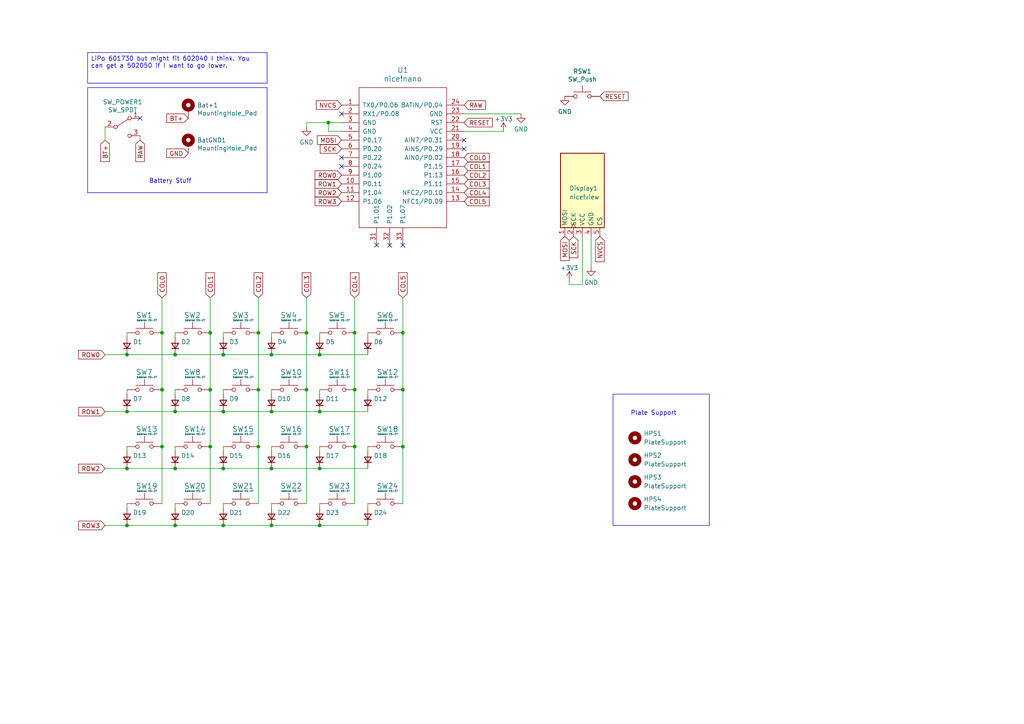
<source format=kicad_sch>
(kicad_sch (version 20230121) (generator eeschema)

  (uuid 29c99769-9de7-4aba-8156-3798a0b90632)

  (paper "A4")

  (title_block
    (title "PLA_NCK")
    (rev "v0.1")
  )

  (lib_symbols
    (symbol "Device:D_Small" (pin_numbers hide) (pin_names (offset 0.254) hide) (in_bom yes) (on_board yes)
      (property "Reference" "D" (at -1.27 2.032 0)
        (effects (font (size 1.27 1.27)) (justify left))
      )
      (property "Value" "D_Small" (at -3.81 -2.032 0)
        (effects (font (size 1.27 1.27)) (justify left))
      )
      (property "Footprint" "" (at 0 0 90)
        (effects (font (size 1.27 1.27)) hide)
      )
      (property "Datasheet" "~" (at 0 0 90)
        (effects (font (size 1.27 1.27)) hide)
      )
      (property "ki_keywords" "diode" (at 0 0 0)
        (effects (font (size 1.27 1.27)) hide)
      )
      (property "ki_description" "Diode, small symbol" (at 0 0 0)
        (effects (font (size 1.27 1.27)) hide)
      )
      (property "ki_fp_filters" "TO-???* *_Diode_* *SingleDiode* D_*" (at 0 0 0)
        (effects (font (size 1.27 1.27)) hide)
      )
      (symbol "D_Small_0_1"
        (polyline
          (pts
            (xy -0.762 -1.016)
            (xy -0.762 1.016)
          )
          (stroke (width 0.254) (type default))
          (fill (type none))
        )
        (polyline
          (pts
            (xy -0.762 0)
            (xy 0.762 0)
          )
          (stroke (width 0) (type default))
          (fill (type none))
        )
        (polyline
          (pts
            (xy 0.762 -1.016)
            (xy -0.762 0)
            (xy 0.762 1.016)
            (xy 0.762 -1.016)
          )
          (stroke (width 0.254) (type default))
          (fill (type none))
        )
      )
      (symbol "D_Small_1_1"
        (pin passive line (at -2.54 0 0) (length 1.778)
          (name "K" (effects (font (size 1.27 1.27))))
          (number "1" (effects (font (size 1.27 1.27))))
        )
        (pin passive line (at 2.54 0 180) (length 1.778)
          (name "A" (effects (font (size 1.27 1.27))))
          (number "2" (effects (font (size 1.27 1.27))))
        )
      )
    )
    (symbol "Mechanical:MountingHole" (pin_names (offset 1.016)) (in_bom yes) (on_board yes)
      (property "Reference" "H" (at 0 5.08 0)
        (effects (font (size 1.27 1.27)))
      )
      (property "Value" "MountingHole" (at 0 3.175 0)
        (effects (font (size 1.27 1.27)))
      )
      (property "Footprint" "" (at 0 0 0)
        (effects (font (size 1.27 1.27)) hide)
      )
      (property "Datasheet" "~" (at 0 0 0)
        (effects (font (size 1.27 1.27)) hide)
      )
      (property "ki_keywords" "mounting hole" (at 0 0 0)
        (effects (font (size 1.27 1.27)) hide)
      )
      (property "ki_description" "Mounting Hole without connection" (at 0 0 0)
        (effects (font (size 1.27 1.27)) hide)
      )
      (property "ki_fp_filters" "MountingHole*" (at 0 0 0)
        (effects (font (size 1.27 1.27)) hide)
      )
      (symbol "MountingHole_0_1"
        (circle (center 0 0) (radius 1.27)
          (stroke (width 1.27) (type default))
          (fill (type none))
        )
      )
    )
    (symbol "Mechanical:MountingHole_Pad" (pin_numbers hide) (pin_names (offset 1.016) hide) (in_bom yes) (on_board yes)
      (property "Reference" "H" (at 0 6.35 0)
        (effects (font (size 1.27 1.27)))
      )
      (property "Value" "MountingHole_Pad" (at 0 4.445 0)
        (effects (font (size 1.27 1.27)))
      )
      (property "Footprint" "" (at 0 0 0)
        (effects (font (size 1.27 1.27)) hide)
      )
      (property "Datasheet" "~" (at 0 0 0)
        (effects (font (size 1.27 1.27)) hide)
      )
      (property "ki_keywords" "mounting hole" (at 0 0 0)
        (effects (font (size 1.27 1.27)) hide)
      )
      (property "ki_description" "Mounting Hole with connection" (at 0 0 0)
        (effects (font (size 1.27 1.27)) hide)
      )
      (property "ki_fp_filters" "MountingHole*Pad*" (at 0 0 0)
        (effects (font (size 1.27 1.27)) hide)
      )
      (symbol "MountingHole_Pad_0_1"
        (circle (center 0 1.27) (radius 1.27)
          (stroke (width 1.27) (type default))
          (fill (type none))
        )
      )
      (symbol "MountingHole_Pad_1_1"
        (pin input line (at 0 -2.54 90) (length 2.54)
          (name "1" (effects (font (size 1.27 1.27))))
          (number "1" (effects (font (size 1.27 1.27))))
        )
      )
    )
    (symbol "Switch:SW_Push" (pin_numbers hide) (pin_names (offset 1.016) hide) (in_bom yes) (on_board yes)
      (property "Reference" "SW" (at 1.27 2.54 0)
        (effects (font (size 1.27 1.27)) (justify left))
      )
      (property "Value" "SW_Push" (at 0 -1.524 0)
        (effects (font (size 1.27 1.27)))
      )
      (property "Footprint" "" (at 0 5.08 0)
        (effects (font (size 1.27 1.27)) hide)
      )
      (property "Datasheet" "~" (at 0 5.08 0)
        (effects (font (size 1.27 1.27)) hide)
      )
      (property "ki_keywords" "switch normally-open pushbutton push-button" (at 0 0 0)
        (effects (font (size 1.27 1.27)) hide)
      )
      (property "ki_description" "Push button switch, generic, two pins" (at 0 0 0)
        (effects (font (size 1.27 1.27)) hide)
      )
      (symbol "SW_Push_0_1"
        (circle (center -2.032 0) (radius 0.508)
          (stroke (width 0) (type default))
          (fill (type none))
        )
        (polyline
          (pts
            (xy 0 1.27)
            (xy 0 3.048)
          )
          (stroke (width 0) (type default))
          (fill (type none))
        )
        (polyline
          (pts
            (xy 2.54 1.27)
            (xy -2.54 1.27)
          )
          (stroke (width 0) (type default))
          (fill (type none))
        )
        (circle (center 2.032 0) (radius 0.508)
          (stroke (width 0) (type default))
          (fill (type none))
        )
        (pin passive line (at -5.08 0 0) (length 2.54)
          (name "1" (effects (font (size 1.27 1.27))))
          (number "1" (effects (font (size 1.27 1.27))))
        )
        (pin passive line (at 5.08 0 180) (length 2.54)
          (name "2" (effects (font (size 1.27 1.27))))
          (number "2" (effects (font (size 1.27 1.27))))
        )
      )
    )
    (symbol "Switch:SW_SPDT" (pin_names (offset 0) hide) (in_bom yes) (on_board yes)
      (property "Reference" "SW" (at 0 4.318 0)
        (effects (font (size 1.27 1.27)))
      )
      (property "Value" "SW_SPDT" (at 0 -5.08 0)
        (effects (font (size 1.27 1.27)))
      )
      (property "Footprint" "" (at 0 0 0)
        (effects (font (size 1.27 1.27)) hide)
      )
      (property "Datasheet" "~" (at 0 0 0)
        (effects (font (size 1.27 1.27)) hide)
      )
      (property "ki_keywords" "switch single-pole double-throw spdt ON-ON" (at 0 0 0)
        (effects (font (size 1.27 1.27)) hide)
      )
      (property "ki_description" "Switch, single pole double throw" (at 0 0 0)
        (effects (font (size 1.27 1.27)) hide)
      )
      (symbol "SW_SPDT_0_0"
        (circle (center -2.032 0) (radius 0.508)
          (stroke (width 0) (type default))
          (fill (type none))
        )
        (circle (center 2.032 -2.54) (radius 0.508)
          (stroke (width 0) (type default))
          (fill (type none))
        )
      )
      (symbol "SW_SPDT_0_1"
        (polyline
          (pts
            (xy -1.524 0.254)
            (xy 1.651 2.286)
          )
          (stroke (width 0) (type default))
          (fill (type none))
        )
        (circle (center 2.032 2.54) (radius 0.508)
          (stroke (width 0) (type default))
          (fill (type none))
        )
      )
      (symbol "SW_SPDT_1_1"
        (pin passive line (at 5.08 2.54 180) (length 2.54)
          (name "A" (effects (font (size 1.27 1.27))))
          (number "1" (effects (font (size 1.27 1.27))))
        )
        (pin passive line (at -5.08 0 0) (length 2.54)
          (name "B" (effects (font (size 1.27 1.27))))
          (number "2" (effects (font (size 1.27 1.27))))
        )
        (pin passive line (at 5.08 -2.54 180) (length 2.54)
          (name "C" (effects (font (size 1.27 1.27))))
          (number "3" (effects (font (size 1.27 1.27))))
        )
      )
    )
    (symbol "nice_nano:nice_nano" (pin_names (offset 1.016)) (in_bom yes) (on_board yes)
      (property "Reference" "U" (at 0 0 0)
        (effects (font (size 1.524 1.524)))
      )
      (property "Value" "nice_nano" (at 0 2.54 0)
        (effects (font (size 1.524 1.524)))
      )
      (property "Footprint" "" (at 26.67 -63.5 90)
        (effects (font (size 1.524 1.524)) hide)
      )
      (property "Datasheet" "" (at 26.67 -63.5 90)
        (effects (font (size 1.524 1.524)) hide)
      )
      (symbol "nice_nano_0_1"
        (rectangle (start -12.7 -21.59) (end 12.7 19.05)
          (stroke (width 0) (type default))
          (fill (type none))
        )
      )
      (symbol "nice_nano_1_1"
        (pin input line (at -17.78 13.97 0) (length 5.08)
          (name "TX0/P0.06" (effects (font (size 1.27 1.27))))
          (number "1" (effects (font (size 1.27 1.27))))
        )
        (pin input line (at -17.78 -8.89 0) (length 5.08)
          (name "P0.11" (effects (font (size 1.27 1.27))))
          (number "10" (effects (font (size 1.27 1.27))))
        )
        (pin input line (at -17.78 -11.43 0) (length 5.08)
          (name "P1.04" (effects (font (size 1.27 1.27))))
          (number "11" (effects (font (size 1.27 1.27))))
        )
        (pin input line (at -17.78 -13.97 0) (length 5.08)
          (name "P1.06" (effects (font (size 1.27 1.27))))
          (number "12" (effects (font (size 1.27 1.27))))
        )
        (pin input line (at 17.78 -13.97 180) (length 5.08)
          (name "NFC1/P0.09" (effects (font (size 1.27 1.27))))
          (number "13" (effects (font (size 1.27 1.27))))
        )
        (pin input line (at 17.78 -11.43 180) (length 5.08)
          (name "NFC2/P0.10" (effects (font (size 1.27 1.27))))
          (number "14" (effects (font (size 1.27 1.27))))
        )
        (pin input line (at 17.78 -8.89 180) (length 5.08)
          (name "P1.11" (effects (font (size 1.27 1.27))))
          (number "15" (effects (font (size 1.27 1.27))))
        )
        (pin input line (at 17.78 -6.35 180) (length 5.08)
          (name "P1.13" (effects (font (size 1.27 1.27))))
          (number "16" (effects (font (size 1.27 1.27))))
        )
        (pin input line (at 17.78 -3.81 180) (length 5.08)
          (name "P1.15" (effects (font (size 1.27 1.27))))
          (number "17" (effects (font (size 1.27 1.27))))
        )
        (pin input line (at 17.78 -1.27 180) (length 5.08)
          (name "AIN0/P0.02" (effects (font (size 1.27 1.27))))
          (number "18" (effects (font (size 1.27 1.27))))
        )
        (pin input line (at 17.78 1.27 180) (length 5.08)
          (name "AIN5/P0.29" (effects (font (size 1.27 1.27))))
          (number "19" (effects (font (size 1.27 1.27))))
        )
        (pin input line (at -17.78 11.43 0) (length 5.08)
          (name "RX1/P0.08" (effects (font (size 1.27 1.27))))
          (number "2" (effects (font (size 1.27 1.27))))
        )
        (pin input line (at 17.78 3.81 180) (length 5.08)
          (name "AIN7/P0.31" (effects (font (size 1.27 1.27))))
          (number "20" (effects (font (size 1.27 1.27))))
        )
        (pin input line (at 17.78 6.35 180) (length 5.08)
          (name "VCC" (effects (font (size 1.27 1.27))))
          (number "21" (effects (font (size 1.27 1.27))))
        )
        (pin input line (at 17.78 8.89 180) (length 5.08)
          (name "RST" (effects (font (size 1.27 1.27))))
          (number "22" (effects (font (size 1.27 1.27))))
        )
        (pin input line (at 17.78 11.43 180) (length 5.08)
          (name "GND" (effects (font (size 1.27 1.27))))
          (number "23" (effects (font (size 1.27 1.27))))
        )
        (pin input line (at 17.78 13.97 180) (length 5.08)
          (name "BATIN/P0.04" (effects (font (size 1.27 1.27))))
          (number "24" (effects (font (size 1.27 1.27))))
        )
        (pin input line (at -17.78 8.89 0) (length 5.08)
          (name "GND" (effects (font (size 1.27 1.27))))
          (number "3" (effects (font (size 1.27 1.27))))
        )
        (pin input line (at -7.62 -26.67 90) (length 5.08)
          (name "P1.01" (effects (font (size 1.27 1.27))))
          (number "31" (effects (font (size 1.27 1.27))))
        )
        (pin input line (at -3.81 -26.67 90) (length 5.08)
          (name "P1.02" (effects (font (size 1.27 1.27))))
          (number "32" (effects (font (size 1.27 1.27))))
        )
        (pin input line (at 0 -26.67 90) (length 5.08)
          (name "P1.07" (effects (font (size 1.27 1.27))))
          (number "33" (effects (font (size 1.27 1.27))))
        )
        (pin input line (at -17.78 6.35 0) (length 5.08)
          (name "GND" (effects (font (size 1.27 1.27))))
          (number "4" (effects (font (size 1.27 1.27))))
        )
        (pin input line (at -17.78 3.81 0) (length 5.08)
          (name "P0.17" (effects (font (size 1.27 1.27))))
          (number "5" (effects (font (size 1.27 1.27))))
        )
        (pin input line (at -17.78 1.27 0) (length 5.08)
          (name "P0.20" (effects (font (size 1.27 1.27))))
          (number "6" (effects (font (size 1.27 1.27))))
        )
        (pin input line (at -17.78 -1.27 0) (length 5.08)
          (name "P0.22" (effects (font (size 1.27 1.27))))
          (number "7" (effects (font (size 1.27 1.27))))
        )
        (pin input line (at -17.78 -3.81 0) (length 5.08)
          (name "P0.24" (effects (font (size 1.27 1.27))))
          (number "8" (effects (font (size 1.27 1.27))))
        )
        (pin input line (at -17.78 -6.35 0) (length 5.08)
          (name "P1.00" (effects (font (size 1.27 1.27))))
          (number "9" (effects (font (size 1.27 1.27))))
        )
      )
    )
    (symbol "nice_view:nice!view" (in_bom yes) (on_board yes)
      (property "Reference" "Display" (at 0 12.7 0)
        (effects (font (size 1.27 1.27)) (justify bottom))
      )
      (property "Value" "nice!view" (at 0 0 0)
        (effects (font (size 1.27 1.27)))
      )
      (property "Footprint" "nice_view:nice_view" (at 0 16.51 0)
        (effects (font (size 1.27 1.27)) hide)
      )
      (property "Datasheet" "https://nicekeyboards.com/docs/nice-view/pinout-schematic" (at 2.54 -25.4 0)
        (effects (font (size 1.27 1.27)) hide)
      )
      (property "ki_keywords" "display MIP 36x14" (at 0 0 0)
        (effects (font (size 1.27 1.27)) hide)
      )
      (property "ki_description" "Sharp LS011B7DH03 Memory in Pixel 160x68" (at 0 0 0)
        (effects (font (size 1.27 1.27)) hide)
      )
      (property "ki_fp_filters" "nice*" (at 0 0 0)
        (effects (font (size 1.27 1.27)) hide)
      )
      (symbol "nice!view_0_1"
        (rectangle (start -6.35 11.43) (end 6.35 -10.16)
          (stroke (width 0.254) (type default))
          (fill (type background))
        )
      )
      (symbol "nice!view_1_1"
        (pin input line (at -5.08 -12.7 90) (length 2.54)
          (name "MOSI" (effects (font (size 1.27 1.27))))
          (number "1" (effects (font (size 1.27 1.27))))
        )
        (pin input clock (at -2.54 -12.7 90) (length 2.54)
          (name "SCK" (effects (font (size 1.27 1.27))))
          (number "2" (effects (font (size 1.27 1.27))))
        )
        (pin power_in line (at 0 -12.7 90) (length 2.54)
          (name "VCC" (effects (font (size 1.27 1.27))))
          (number "3" (effects (font (size 1.27 1.27))))
        )
        (pin power_out line (at 2.54 -12.7 90) (length 2.54)
          (name "GND" (effects (font (size 1.27 1.27))))
          (number "4" (effects (font (size 1.27 1.27))))
        )
        (pin passive line (at 5.08 -12.7 90) (length 2.54)
          (name "CS" (effects (font (size 1.27 1.27))))
          (number "5" (effects (font (size 1.27 1.27))))
        )
      )
    )
    (symbol "power:+3.3V" (power) (pin_names (offset 0)) (in_bom yes) (on_board yes)
      (property "Reference" "#PWR" (at 0 -3.81 0)
        (effects (font (size 1.27 1.27)) hide)
      )
      (property "Value" "+3.3V" (at 0 3.556 0)
        (effects (font (size 1.27 1.27)))
      )
      (property "Footprint" "" (at 0 0 0)
        (effects (font (size 1.27 1.27)) hide)
      )
      (property "Datasheet" "" (at 0 0 0)
        (effects (font (size 1.27 1.27)) hide)
      )
      (property "ki_keywords" "power-flag" (at 0 0 0)
        (effects (font (size 1.27 1.27)) hide)
      )
      (property "ki_description" "Power symbol creates a global label with name \"+3.3V\"" (at 0 0 0)
        (effects (font (size 1.27 1.27)) hide)
      )
      (symbol "+3.3V_0_1"
        (polyline
          (pts
            (xy -0.762 1.27)
            (xy 0 2.54)
          )
          (stroke (width 0) (type default))
          (fill (type none))
        )
        (polyline
          (pts
            (xy 0 0)
            (xy 0 2.54)
          )
          (stroke (width 0) (type default))
          (fill (type none))
        )
        (polyline
          (pts
            (xy 0 2.54)
            (xy 0.762 1.27)
          )
          (stroke (width 0) (type default))
          (fill (type none))
        )
      )
      (symbol "+3.3V_1_1"
        (pin power_in line (at 0 0 90) (length 0) hide
          (name "+3V3" (effects (font (size 1.27 1.27))))
          (number "1" (effects (font (size 1.27 1.27))))
        )
      )
    )
    (symbol "power:GND" (power) (pin_names (offset 0)) (in_bom yes) (on_board yes)
      (property "Reference" "#PWR" (at 0 -6.35 0)
        (effects (font (size 1.27 1.27)) hide)
      )
      (property "Value" "GND" (at 0 -3.81 0)
        (effects (font (size 1.27 1.27)))
      )
      (property "Footprint" "" (at 0 0 0)
        (effects (font (size 1.27 1.27)) hide)
      )
      (property "Datasheet" "" (at 0 0 0)
        (effects (font (size 1.27 1.27)) hide)
      )
      (property "ki_keywords" "power-flag" (at 0 0 0)
        (effects (font (size 1.27 1.27)) hide)
      )
      (property "ki_description" "Power symbol creates a global label with name \"GND\" , ground" (at 0 0 0)
        (effects (font (size 1.27 1.27)) hide)
      )
      (symbol "GND_0_1"
        (polyline
          (pts
            (xy 0 0)
            (xy 0 -1.27)
            (xy 1.27 -1.27)
            (xy 0 -2.54)
            (xy -1.27 -1.27)
            (xy 0 -1.27)
          )
          (stroke (width 0) (type default))
          (fill (type none))
        )
      )
      (symbol "GND_1_1"
        (pin power_in line (at 0 0 270) (length 0) hide
          (name "GND" (effects (font (size 1.27 1.27))))
          (number "1" (effects (font (size 1.27 1.27))))
        )
      )
    )
  )

  (junction (at 50.8 119.38) (diameter 0) (color 0 0 0 0)
    (uuid 03c8d682-b709-4d68-a6bf-811b41e703d5)
  )
  (junction (at 78.74 102.87) (diameter 0) (color 0 0 0 0)
    (uuid 067030a0-0f11-4bd9-87ac-fcb6470f45b6)
  )
  (junction (at 64.77 102.87) (diameter 0) (color 0 0 0 0)
    (uuid 06d61ae8-90dd-4188-a04b-1b48a82352d9)
  )
  (junction (at 116.84 113.03) (diameter 0) (color 0 0 0 0)
    (uuid 173d9b5e-5832-43c4-a804-85c5491bd499)
  )
  (junction (at 74.93 129.54) (diameter 0) (color 0 0 0 0)
    (uuid 1d175703-5a40-44cc-b4a4-dddddf71d7b6)
  )
  (junction (at 88.9 129.54) (diameter 0) (color 0 0 0 0)
    (uuid 2293284e-d801-4a94-b14a-62e2cc0a63c6)
  )
  (junction (at 102.87 96.52) (diameter 0) (color 0 0 0 0)
    (uuid 23062f25-dbbb-4379-b008-353b1d8d21e9)
  )
  (junction (at 50.8 102.87) (diameter 0) (color 0 0 0 0)
    (uuid 2491ec11-ce96-45f5-8bdb-709ccf551872)
  )
  (junction (at 102.87 129.54) (diameter 0) (color 0 0 0 0)
    (uuid 253dc6cd-75bb-4f02-96f8-a74911eb5fa1)
  )
  (junction (at 92.71 152.4) (diameter 0) (color 0 0 0 0)
    (uuid 29590fad-4987-4129-bc26-da155cd8c5fe)
  )
  (junction (at 46.99 129.54) (diameter 0) (color 0 0 0 0)
    (uuid 3321b816-cab7-4674-ae03-faae5acc3c70)
  )
  (junction (at 50.8 135.89) (diameter 0) (color 0 0 0 0)
    (uuid 3891a2cb-eb1e-48b7-be49-31eac37b3e7e)
  )
  (junction (at 78.74 152.4) (diameter 0) (color 0 0 0 0)
    (uuid 39b5bbb6-1a66-4003-b397-bb3191d1e8d1)
  )
  (junction (at 50.8 152.4) (diameter 0) (color 0 0 0 0)
    (uuid 41b49aef-1e95-472e-875d-bf7915b80872)
  )
  (junction (at 64.77 152.4) (diameter 0) (color 0 0 0 0)
    (uuid 4315cb7e-1ac7-4e8d-b4de-63b6f7ad0954)
  )
  (junction (at 36.83 152.4) (diameter 0) (color 0 0 0 0)
    (uuid 46b4e4a4-8112-4e2f-8c93-edd902ea3e9e)
  )
  (junction (at 36.83 135.89) (diameter 0) (color 0 0 0 0)
    (uuid 4f5ed021-5cc9-4cb2-a919-e77d36c45d6d)
  )
  (junction (at 74.93 113.03) (diameter 0) (color 0 0 0 0)
    (uuid 598be9ed-3618-4c96-8ff6-347c82953f45)
  )
  (junction (at 102.87 113.03) (diameter 0) (color 0 0 0 0)
    (uuid 5b62b12b-2c47-43d9-94a1-378442aea69c)
  )
  (junction (at 46.99 113.03) (diameter 0) (color 0 0 0 0)
    (uuid 5d92da2a-1119-4ac2-a468-010aaa3db677)
  )
  (junction (at 60.96 96.52) (diameter 0) (color 0 0 0 0)
    (uuid 687805a9-2038-4ada-b8f3-42d2896d3b1b)
  )
  (junction (at 60.96 129.54) (diameter 0) (color 0 0 0 0)
    (uuid 6d78ef66-9562-4325-83a4-fc2e1fd0d2a3)
  )
  (junction (at 116.84 96.52) (diameter 0) (color 0 0 0 0)
    (uuid 6ec3c102-9d73-4cce-bc40-dc9869367cb0)
  )
  (junction (at 64.77 135.89) (diameter 0) (color 0 0 0 0)
    (uuid 790d6769-d39f-4da8-8555-1b773ff4d84b)
  )
  (junction (at 88.9 96.52) (diameter 0) (color 0 0 0 0)
    (uuid 7e21cff1-578a-4360-940c-c98a9f8a81ea)
  )
  (junction (at 64.77 119.38) (diameter 0) (color 0 0 0 0)
    (uuid 804ad6f4-10ca-427f-9885-f5171e9a5b85)
  )
  (junction (at 78.74 135.89) (diameter 0) (color 0 0 0 0)
    (uuid 80788e4b-1b13-4d91-89a1-54a402866e18)
  )
  (junction (at 92.71 102.87) (diameter 0) (color 0 0 0 0)
    (uuid 9af884e8-6cbd-45b1-9976-565b5be63757)
  )
  (junction (at 88.9 113.03) (diameter 0) (color 0 0 0 0)
    (uuid a29a9dde-7364-44c9-8a02-8bc19ec36118)
  )
  (junction (at 46.99 96.52) (diameter 0) (color 0 0 0 0)
    (uuid ae3e9238-017c-4c3c-bfa4-b860266b3331)
  )
  (junction (at 95.25 35.56) (diameter 0) (color 0 0 0 0)
    (uuid b2c2bfd4-087d-436b-8223-817dde2a9ff3)
  )
  (junction (at 36.83 119.38) (diameter 0) (color 0 0 0 0)
    (uuid cc564e67-312d-4e10-a830-09e64414572e)
  )
  (junction (at 60.96 113.03) (diameter 0) (color 0 0 0 0)
    (uuid d38fa318-fd44-449a-bfa0-cb71ee434d0d)
  )
  (junction (at 78.74 119.38) (diameter 0) (color 0 0 0 0)
    (uuid e9490cf9-5770-43f0-a3e0-57520b424484)
  )
  (junction (at 92.71 135.89) (diameter 0) (color 0 0 0 0)
    (uuid ed2b803b-945f-4b10-a6a6-53696e111003)
  )
  (junction (at 116.84 129.54) (diameter 0) (color 0 0 0 0)
    (uuid edaa3d80-50c6-4aba-9394-bc7c4cf45d6e)
  )
  (junction (at 74.93 96.52) (diameter 0) (color 0 0 0 0)
    (uuid f1b1d6b8-d040-4c97-aeb6-1597073bf7a4)
  )
  (junction (at 92.71 119.38) (diameter 0) (color 0 0 0 0)
    (uuid f3622c2d-293c-424d-abe2-461c0c9a2314)
  )
  (junction (at 36.83 102.87) (diameter 0) (color 0 0 0 0)
    (uuid f4aef6c5-9a0b-49dd-987b-f396dbac7414)
  )

  (no_connect (at 99.06 33.02) (uuid 0ba652bf-2d00-4e85-bce3-9d804a0c86eb))
  (no_connect (at 134.62 40.64) (uuid 28d86942-609c-4675-970c-ee3244a2bda4))
  (no_connect (at 116.84 71.12) (uuid 582027aa-a104-41c7-a528-6a832b3fbc38))
  (no_connect (at 99.06 45.72) (uuid 8b30e7ff-8a47-44d5-8317-8ee09d4cc3cb))
  (no_connect (at 113.03 71.12) (uuid 9ca47ddf-67df-44c4-9417-91b59798db85))
  (no_connect (at 109.22 71.12) (uuid a5ae620d-c9f1-42d2-a4f2-4779d005dcb6))
  (no_connect (at 134.62 43.18) (uuid c8debf42-aed1-46f0-9b17-b1d9f4ff1a45))
  (no_connect (at 40.64 34.29) (uuid cc0ba0aa-6233-4116-bc95-a1f665f5fef7))
  (no_connect (at 99.06 48.26) (uuid d23bc60d-eb76-419d-8bae-8284b603c020))

  (wire (pts (xy 40.64 39.37) (xy 40.64 40.64))
    (stroke (width 0) (type default))
    (uuid 00347148-845f-48ce-8b50-2a5b6a1447f1)
  )
  (wire (pts (xy 168.91 82.55) (xy 165.1 82.55))
    (stroke (width 0) (type default))
    (uuid 0228f9b5-95ab-476a-bde3-341e5468edb5)
  )
  (wire (pts (xy 64.77 129.54) (xy 64.77 130.81))
    (stroke (width 0) (type default))
    (uuid 0ea82812-6636-423f-b20a-115028a57b4a)
  )
  (wire (pts (xy 168.91 68.58) (xy 168.91 82.55))
    (stroke (width 0) (type default))
    (uuid 0f23cc4c-3e89-483d-ba76-c817b505213e)
  )
  (wire (pts (xy 36.83 129.54) (xy 36.83 130.81))
    (stroke (width 0) (type default))
    (uuid 11c5ab7a-9dc8-4f1d-9fae-ddbceefa21dd)
  )
  (wire (pts (xy 50.8 135.89) (xy 64.77 135.89))
    (stroke (width 0) (type default))
    (uuid 25a704b1-7987-4548-8f97-db8981486b0d)
  )
  (wire (pts (xy 95.25 38.1) (xy 95.25 35.56))
    (stroke (width 0) (type default))
    (uuid 270ee850-4da4-40c3-8c11-1393b4baec78)
  )
  (wire (pts (xy 78.74 146.05) (xy 78.74 147.32))
    (stroke (width 0) (type default))
    (uuid 2863d134-4ae0-4649-bec2-97d2b3ed19df)
  )
  (wire (pts (xy 99.06 35.56) (xy 95.25 35.56))
    (stroke (width 0) (type default))
    (uuid 29ebb3e1-08e0-41e9-a605-a3a94d538540)
  )
  (wire (pts (xy 60.96 113.03) (xy 60.96 129.54))
    (stroke (width 0) (type default))
    (uuid 2a8e2b0c-e71a-4fd4-a776-33092daead82)
  )
  (wire (pts (xy 116.84 113.03) (xy 116.84 129.54))
    (stroke (width 0) (type default))
    (uuid 2ef4eebb-7bdd-4d6c-9fa0-7a82a54a8c2d)
  )
  (wire (pts (xy 64.77 152.4) (xy 78.74 152.4))
    (stroke (width 0) (type default))
    (uuid 36429195-66ef-42f8-bb2d-f6caab382170)
  )
  (wire (pts (xy 74.93 113.03) (xy 74.93 129.54))
    (stroke (width 0) (type default))
    (uuid 36dabdb9-14ed-4404-92f0-74db3a7ac4ba)
  )
  (wire (pts (xy 30.48 152.4) (xy 36.83 152.4))
    (stroke (width 0) (type default))
    (uuid 370b9cde-67dc-46a4-8539-ea3b31c6a248)
  )
  (wire (pts (xy 46.99 96.52) (xy 46.99 113.03))
    (stroke (width 0) (type default))
    (uuid 3a5cc888-4f06-49c8-a6aa-ab5854952105)
  )
  (wire (pts (xy 50.8 119.38) (xy 64.77 119.38))
    (stroke (width 0) (type default))
    (uuid 3b83e343-1785-4b93-a385-a38e5b10da41)
  )
  (wire (pts (xy 74.93 96.52) (xy 74.93 113.03))
    (stroke (width 0) (type default))
    (uuid 3c376a2e-0681-4973-b97c-edc3a888702d)
  )
  (wire (pts (xy 88.9 96.52) (xy 88.9 113.03))
    (stroke (width 0) (type default))
    (uuid 3d234693-2c71-47c9-84b7-af8e0b794d3d)
  )
  (wire (pts (xy 116.84 129.54) (xy 116.84 146.05))
    (stroke (width 0) (type default))
    (uuid 3fc4153c-5b1a-4694-bb7d-aa3ddcb68571)
  )
  (wire (pts (xy 92.71 152.4) (xy 106.68 152.4))
    (stroke (width 0) (type default))
    (uuid 40ee3674-c2fb-4dfd-b947-b8ceb2aa1619)
  )
  (polyline (pts (xy 25.4 25.4) (xy 25.4 55.88))
    (stroke (width 0) (type default))
    (uuid 4d1f91ba-3e31-463d-a586-233d29796d07)
  )

  (wire (pts (xy 64.77 113.03) (xy 64.77 114.3))
    (stroke (width 0) (type default))
    (uuid 4d52cc37-3fc7-452d-b6cb-984fae39ebf5)
  )
  (wire (pts (xy 74.93 129.54) (xy 74.93 146.05))
    (stroke (width 0) (type default))
    (uuid 52e91dc0-0a76-405c-b704-8d17f11787ce)
  )
  (wire (pts (xy 88.9 113.03) (xy 88.9 129.54))
    (stroke (width 0) (type default))
    (uuid 58b19e5c-8a7c-4eb5-82e2-0421fd8aa8d3)
  )
  (wire (pts (xy 92.71 146.05) (xy 92.71 147.32))
    (stroke (width 0) (type default))
    (uuid 5f6bc492-cf23-4683-8071-4fa60153dfd8)
  )
  (wire (pts (xy 36.83 152.4) (xy 50.8 152.4))
    (stroke (width 0) (type default))
    (uuid 64e78718-b2c1-414d-b7f2-85148be99200)
  )
  (wire (pts (xy 36.83 96.52) (xy 36.83 97.79))
    (stroke (width 0) (type default))
    (uuid 690cce78-71ba-44c5-b308-d67823605c6b)
  )
  (wire (pts (xy 78.74 96.52) (xy 78.74 97.79))
    (stroke (width 0) (type default))
    (uuid 6bf36c84-95ff-40e7-867f-9b21fb9ab8c9)
  )
  (wire (pts (xy 30.48 135.89) (xy 36.83 135.89))
    (stroke (width 0) (type default))
    (uuid 6c9949b8-7a02-4957-b35c-c30539c04812)
  )
  (wire (pts (xy 165.1 82.55) (xy 165.1 81.28))
    (stroke (width 0) (type default))
    (uuid 6f6561fe-70a7-4c1b-a387-0333ca110217)
  )
  (wire (pts (xy 50.8 129.54) (xy 50.8 130.81))
    (stroke (width 0) (type default))
    (uuid 719d8188-74ac-4b0f-ab31-4dc207e73335)
  )
  (wire (pts (xy 171.45 68.58) (xy 171.45 77.47))
    (stroke (width 0) (type default))
    (uuid 71aa9462-23d0-4939-82a1-204f3a0d62d1)
  )
  (wire (pts (xy 134.62 38.1) (xy 146.05 38.1))
    (stroke (width 0) (type default))
    (uuid 74f9d5dc-b3fe-45a4-be00-3db1be05f72c)
  )
  (wire (pts (xy 92.71 119.38) (xy 106.68 119.38))
    (stroke (width 0) (type default))
    (uuid 783c7e47-8e9a-4053-9234-5c440c547367)
  )
  (wire (pts (xy 36.83 146.05) (xy 36.83 147.32))
    (stroke (width 0) (type default))
    (uuid 7869a8ec-4f83-4f68-b0c7-69da05708fbb)
  )
  (wire (pts (xy 92.71 129.54) (xy 92.71 130.81))
    (stroke (width 0) (type default))
    (uuid 7a1f7557-f0bb-4d92-8c78-6cef49fba44a)
  )
  (wire (pts (xy 36.83 102.87) (xy 50.8 102.87))
    (stroke (width 0) (type default))
    (uuid 7ad73fa0-bac1-48ca-9d7e-b74eaba1f751)
  )
  (wire (pts (xy 64.77 96.52) (xy 64.77 97.79))
    (stroke (width 0) (type default))
    (uuid 7b231bfb-b217-40ee-a717-cc7ad5034d07)
  )
  (wire (pts (xy 106.68 129.54) (xy 106.68 130.81))
    (stroke (width 0) (type default))
    (uuid 7c0f45ca-ac86-406b-b251-a77ff9234f41)
  )
  (polyline (pts (xy 77.47 25.4) (xy 77.47 55.88))
    (stroke (width 0) (type default))
    (uuid 7e8f3b24-65a4-43f6-8b8b-e4c40ec5eb00)
  )

  (wire (pts (xy 78.74 119.38) (xy 92.71 119.38))
    (stroke (width 0) (type default))
    (uuid 7f215c84-5f25-458a-99f0-f1ba4a4966fb)
  )
  (wire (pts (xy 116.84 96.52) (xy 116.84 113.03))
    (stroke (width 0) (type default))
    (uuid 80050aaf-9323-42be-96f4-106affa90e5d)
  )
  (wire (pts (xy 30.48 119.38) (xy 36.83 119.38))
    (stroke (width 0) (type default))
    (uuid 837eb4f0-2812-4e7d-864f-0131b91c95f7)
  )
  (wire (pts (xy 78.74 152.4) (xy 92.71 152.4))
    (stroke (width 0) (type default))
    (uuid 83e5e8ec-2ab1-4ad9-8605-9d1b6c717f89)
  )
  (wire (pts (xy 64.77 119.38) (xy 78.74 119.38))
    (stroke (width 0) (type default))
    (uuid 83ff9d81-247e-47c8-a1ad-0132de292895)
  )
  (wire (pts (xy 78.74 102.87) (xy 92.71 102.87))
    (stroke (width 0) (type default))
    (uuid 8c6da28d-ee80-4fc1-89dd-9b351c8f3c55)
  )
  (wire (pts (xy 102.87 113.03) (xy 102.87 129.54))
    (stroke (width 0) (type default))
    (uuid 8d6c403c-1b1c-4f9c-9983-4088bd61c7a2)
  )
  (wire (pts (xy 106.68 113.03) (xy 106.68 114.3))
    (stroke (width 0) (type default))
    (uuid 90c751c0-b94c-4d3f-bd83-4e43c41443c8)
  )
  (wire (pts (xy 46.99 129.54) (xy 46.99 146.05))
    (stroke (width 0) (type default))
    (uuid 96ea865f-a113-4eb7-b006-9bb85ab482a6)
  )
  (wire (pts (xy 116.84 86.36) (xy 116.84 96.52))
    (stroke (width 0) (type default))
    (uuid 98ff3b8a-8bc1-41eb-ba6c-44f69ada5068)
  )
  (wire (pts (xy 106.68 96.52) (xy 106.68 97.79))
    (stroke (width 0) (type default))
    (uuid 9a440b01-efe2-464f-86a6-92cde58e2f61)
  )
  (wire (pts (xy 36.83 135.89) (xy 50.8 135.89))
    (stroke (width 0) (type default))
    (uuid 9f35f798-2b5f-4f58-8bc5-27d84fcf05af)
  )
  (wire (pts (xy 134.62 33.02) (xy 151.13 33.02))
    (stroke (width 0) (type default))
    (uuid a2193904-ed42-40b0-848b-c55b84b9435d)
  )
  (wire (pts (xy 60.96 129.54) (xy 60.96 146.05))
    (stroke (width 0) (type default))
    (uuid a4be3123-208d-4da5-bdf7-6da0c76fe39e)
  )
  (polyline (pts (xy 25.4 25.4) (xy 77.47 25.4))
    (stroke (width 0) (type default))
    (uuid a59bfbbc-027c-4e8a-98ac-ed1e0def442e)
  )

  (wire (pts (xy 30.48 102.87) (xy 36.83 102.87))
    (stroke (width 0) (type default))
    (uuid ad6034c0-0547-495b-a6f0-41985b8b25fd)
  )
  (wire (pts (xy 64.77 135.89) (xy 78.74 135.89))
    (stroke (width 0) (type default))
    (uuid adf5d4e6-3ed4-4edc-ad05-c51d66815783)
  )
  (wire (pts (xy 50.8 102.87) (xy 64.77 102.87))
    (stroke (width 0) (type default))
    (uuid afbaade6-a92f-41ea-9f5d-8ceb274ffc57)
  )
  (wire (pts (xy 64.77 102.87) (xy 78.74 102.87))
    (stroke (width 0) (type default))
    (uuid b362f743-e2b3-424b-85d6-cf3a47599ff9)
  )
  (wire (pts (xy 106.68 146.05) (xy 106.68 147.32))
    (stroke (width 0) (type default))
    (uuid b6734f63-f31a-4fb5-ada7-2f0f86f3334b)
  )
  (wire (pts (xy 92.71 96.52) (xy 92.71 97.79))
    (stroke (width 0) (type default))
    (uuid bbb3685e-0cb9-4acb-8852-8d23953f766b)
  )
  (wire (pts (xy 92.71 102.87) (xy 106.68 102.87))
    (stroke (width 0) (type default))
    (uuid c221ee31-d2e6-4aa5-830f-dbeb161f4af1)
  )
  (wire (pts (xy 78.74 135.89) (xy 92.71 135.89))
    (stroke (width 0) (type default))
    (uuid c5ebc620-ff7f-445b-84b7-4c07add8fd82)
  )
  (wire (pts (xy 60.96 86.36) (xy 60.96 96.52))
    (stroke (width 0) (type default))
    (uuid c61a45a0-3d61-47ca-99bf-64269cc1c26b)
  )
  (wire (pts (xy 50.8 96.52) (xy 50.8 97.79))
    (stroke (width 0) (type default))
    (uuid c6a3a288-42c4-4ec9-807a-707ba62cd3e9)
  )
  (wire (pts (xy 99.06 38.1) (xy 95.25 38.1))
    (stroke (width 0) (type default))
    (uuid c81b238e-8d18-4dfd-8a12-4ead49164f89)
  )
  (wire (pts (xy 60.96 96.52) (xy 60.96 113.03))
    (stroke (width 0) (type default))
    (uuid cdfe2a23-91a9-4d55-9ca6-24a18b491ad5)
  )
  (wire (pts (xy 78.74 129.54) (xy 78.74 130.81))
    (stroke (width 0) (type default))
    (uuid ceafc97c-6a9d-4461-aa51-5e04ca5b8f43)
  )
  (wire (pts (xy 50.8 113.03) (xy 50.8 114.3))
    (stroke (width 0) (type default))
    (uuid ceb2a0d2-112c-4b0a-9eee-544369c2114b)
  )
  (wire (pts (xy 30.48 36.83) (xy 30.48 40.64))
    (stroke (width 0) (type default))
    (uuid d2fa71f4-8dd1-40b3-9c5a-9f3b78e50ae3)
  )
  (wire (pts (xy 36.83 113.03) (xy 36.83 114.3))
    (stroke (width 0) (type default))
    (uuid d308bcfd-09dc-42bf-852c-76374a7ae38a)
  )
  (wire (pts (xy 50.8 152.4) (xy 64.77 152.4))
    (stroke (width 0) (type default))
    (uuid d56c8e70-3a9b-4c70-b9d3-115b68caadde)
  )
  (wire (pts (xy 36.83 119.38) (xy 50.8 119.38))
    (stroke (width 0) (type default))
    (uuid d7a70326-5ee6-49a3-912b-c77b2ae7de17)
  )
  (polyline (pts (xy 77.47 55.88) (xy 25.4 55.88))
    (stroke (width 0) (type default))
    (uuid dae2dcb8-1076-4957-8fc6-f84623605786)
  )

  (wire (pts (xy 92.71 113.03) (xy 92.71 114.3))
    (stroke (width 0) (type default))
    (uuid e0285c23-5a51-445c-9a37-a625ece4da84)
  )
  (wire (pts (xy 46.99 86.36) (xy 46.99 96.52))
    (stroke (width 0) (type default))
    (uuid e0f85ab4-791f-480e-b3e9-20df34587810)
  )
  (wire (pts (xy 102.87 96.52) (xy 102.87 113.03))
    (stroke (width 0) (type default))
    (uuid e212cbf8-c0f3-4a49-a1e2-cff00c07eea8)
  )
  (wire (pts (xy 102.87 86.36) (xy 102.87 96.52))
    (stroke (width 0) (type default))
    (uuid e516006f-1e5d-4884-bf30-dab73fb54ccd)
  )
  (wire (pts (xy 88.9 86.36) (xy 88.9 96.52))
    (stroke (width 0) (type default))
    (uuid e6bead38-5da9-4cfc-9d90-5924a4861974)
  )
  (wire (pts (xy 88.9 35.56) (xy 88.9 36.83))
    (stroke (width 0) (type default))
    (uuid eb386b58-1d4c-4573-9854-7b5b1540023b)
  )
  (wire (pts (xy 74.93 86.36) (xy 74.93 96.52))
    (stroke (width 0) (type default))
    (uuid edd5ee3f-5b41-41b7-b0c8-9c760cf0fb2e)
  )
  (wire (pts (xy 88.9 129.54) (xy 88.9 146.05))
    (stroke (width 0) (type default))
    (uuid ee0959f3-1005-4a50-8632-b803366c7f4b)
  )
  (wire (pts (xy 88.9 35.56) (xy 95.25 35.56))
    (stroke (width 0) (type default))
    (uuid f0bacfa8-5da3-41aa-beb8-916983be491e)
  )
  (wire (pts (xy 46.99 113.03) (xy 46.99 129.54))
    (stroke (width 0) (type default))
    (uuid f2993c65-c927-4ac4-bd14-ef0f88bd44c9)
  )
  (wire (pts (xy 50.8 146.05) (xy 50.8 147.32))
    (stroke (width 0) (type default))
    (uuid f2fea52c-8658-4d26-a4d4-35f6abe7a38e)
  )
  (wire (pts (xy 102.87 129.54) (xy 102.87 146.05))
    (stroke (width 0) (type default))
    (uuid f4e9ca00-1416-453d-889d-aeb32471cf2d)
  )
  (wire (pts (xy 92.71 135.89) (xy 106.68 135.89))
    (stroke (width 0) (type default))
    (uuid f76ef4b3-7909-49cf-9cd1-6ded71cecbd4)
  )
  (wire (pts (xy 64.77 146.05) (xy 64.77 147.32))
    (stroke (width 0) (type default))
    (uuid fa4924a1-740c-4158-a943-b85aafaa45e8)
  )
  (wire (pts (xy 78.74 113.03) (xy 78.74 114.3))
    (stroke (width 0) (type default))
    (uuid fd428085-9e96-4cb9-962d-dec8f32268f1)
  )

  (rectangle (start 177.8 114.3) (end 205.74 152.4)
    (stroke (width 0) (type default))
    (fill (type none))
    (uuid cd40936a-ae2f-4ac3-be99-24c549ccc01d)
  )

  (text_box "LiPo 601730 but might fit 602040 I think. You can get a 502050 if I want to go lower."
    (at 25.4 15.24 0) (size 52.07 8.89)
    (stroke (width 0) (type default))
    (fill (type none))
    (effects (font (size 1.27 1.27)) (justify left top))
    (uuid 0b639b0a-7dea-45fd-86ff-aed4993a6f1a)
  )

  (text "Battery Stuff" (at 43.18 53.34 0)
    (effects (font (size 1.27 1.27)) (justify left bottom))
    (uuid 92d1c425-e3cd-44ba-a0ee-a6b9428f6749)
  )
  (text "Plate Support" (at 182.88 120.65 0)
    (effects (font (size 1.27 1.27)) (justify left bottom))
    (uuid f600fb62-133a-4c69-b738-4aee0dfed98b)
  )

  (global_label "RESET" (shape input) (at 173.99 27.94 0) (fields_autoplaced)
    (effects (font (size 1.27 1.27)) (justify left))
    (uuid 0258fc0e-0736-4d9d-9046-4d9ad1e81f64)
    (property "Intersheetrefs" "${INTERSHEET_REFS}" (at 182.1483 27.8606 0)
      (effects (font (size 1.27 1.27)) (justify left) hide)
    )
  )
  (global_label "COL4" (shape input) (at 134.62 55.88 0) (fields_autoplaced)
    (effects (font (size 1.27 1.27)) (justify left))
    (uuid 0a5de778-9c0e-4c1c-a241-8308fd92be4d)
    (property "Intersheetrefs" "${INTERSHEET_REFS}" (at 141.8712 55.8006 0)
      (effects (font (size 1.27 1.27)) (justify left) hide)
    )
  )
  (global_label "ROW2" (shape input) (at 30.48 135.89 180) (fields_autoplaced)
    (effects (font (size 1.27 1.27)) (justify right))
    (uuid 16c93b5d-9d51-4029-ae45-4005cae9ec89)
    (property "Intersheetrefs" "${INTERSHEET_REFS}" (at 22.3128 135.89 0)
      (effects (font (size 1.27 1.27)) (justify right) hide)
    )
  )
  (global_label "COL3" (shape input) (at 88.9 86.36 90) (fields_autoplaced)
    (effects (font (size 1.27 1.27)) (justify left))
    (uuid 25ef7ab8-923c-4f83-b54e-007e14e121a7)
    (property "Intersheetrefs" "${INTERSHEET_REFS}" (at 88.9 78.6161 90)
      (effects (font (size 1.27 1.27)) (justify left) hide)
    )
  )
  (global_label "SCK" (shape input) (at 99.06 43.18 180) (fields_autoplaced)
    (effects (font (size 1.27 1.27)) (justify right))
    (uuid 2c58b404-f2bd-4f97-a33a-9742434c612e)
    (property "Intersheetrefs" "${INTERSHEET_REFS}" (at 92.8974 43.2594 0)
      (effects (font (size 1.27 1.27)) (justify right) hide)
    )
  )
  (global_label "NVCS" (shape input) (at 99.06 30.48 180) (fields_autoplaced)
    (effects (font (size 1.27 1.27)) (justify right))
    (uuid 2dac6552-dbff-49c9-8f8f-dc409022cce0)
    (property "Intersheetrefs" "${INTERSHEET_REFS}" (at 91.9098 30.48 0)
      (effects (font (size 1.27 1.27)) (justify right) hide)
    )
  )
  (global_label "COL3" (shape input) (at 134.62 53.34 0) (fields_autoplaced)
    (effects (font (size 1.27 1.27)) (justify left))
    (uuid 3292504e-feaa-4dde-88f4-b79019880df7)
    (property "Intersheetrefs" "${INTERSHEET_REFS}" (at 141.8712 53.2606 0)
      (effects (font (size 1.27 1.27)) (justify left) hide)
    )
  )
  (global_label "COL1" (shape input) (at 134.62 48.26 0) (fields_autoplaced)
    (effects (font (size 1.27 1.27)) (justify left))
    (uuid 35468bae-9eca-45cb-b5fc-f44d39c08587)
    (property "Intersheetrefs" "${INTERSHEET_REFS}" (at 141.8712 48.1806 0)
      (effects (font (size 1.27 1.27)) (justify left) hide)
    )
  )
  (global_label "ROW3" (shape input) (at 30.48 152.4 180) (fields_autoplaced)
    (effects (font (size 1.27 1.27)) (justify right))
    (uuid 484f4a96-f635-45ff-aacb-c6cec696ed60)
    (property "Intersheetrefs" "${INTERSHEET_REFS}" (at 22.967 152.4 0)
      (effects (font (size 1.27 1.27)) (justify right) hide)
    )
  )
  (global_label "RAW" (shape input) (at 134.62 30.48 0) (fields_autoplaced)
    (effects (font (size 1.27 1.27)) (justify left))
    (uuid 4b91f3cb-0080-4073-aab9-8774ecb4c512)
    (property "Intersheetrefs" "${INTERSHEET_REFS}" (at 140.8431 30.5594 0)
      (effects (font (size 1.27 1.27)) (justify left) hide)
    )
  )
  (global_label "BT+" (shape input) (at 54.61 34.29 180) (fields_autoplaced)
    (effects (font (size 1.27 1.27)) (justify right))
    (uuid 4fa5e7e8-6ef2-4641-b3ef-8158ebb0aab6)
    (property "Intersheetrefs" "${INTERSHEET_REFS}" (at -191.77 -7.62 0)
      (effects (font (size 1.27 1.27)) hide)
    )
  )
  (global_label "ROW1" (shape input) (at 30.48 119.38 180) (fields_autoplaced)
    (effects (font (size 1.27 1.27)) (justify right))
    (uuid 53c0e434-287b-4b27-9642-828c871f5f87)
    (property "Intersheetrefs" "${INTERSHEET_REFS}" (at 22.3128 119.38 0)
      (effects (font (size 1.27 1.27)) (justify right) hide)
    )
  )
  (global_label "MOSI" (shape input) (at 163.83 68.58 270) (fields_autoplaced)
    (effects (font (size 1.27 1.27)) (justify right))
    (uuid 65dcb934-48d0-4e3f-9fe9-764f2f72a4b5)
    (property "Intersheetrefs" "${INTERSHEET_REFS}" (at 163.9094 75.5893 90)
      (effects (font (size 1.27 1.27)) (justify right) hide)
    )
  )
  (global_label "ROW0" (shape input) (at 99.06 50.8 180) (fields_autoplaced)
    (effects (font (size 1.27 1.27)) (justify right))
    (uuid 6b582bcb-f784-4fdd-bf86-c76e1244ebe5)
    (property "Intersheetrefs" "${INTERSHEET_REFS}" (at 91.3855 50.7206 0)
      (effects (font (size 1.27 1.27)) (justify right) hide)
    )
  )
  (global_label "COL2" (shape input) (at 74.93 86.36 90) (fields_autoplaced)
    (effects (font (size 1.27 1.27)) (justify left))
    (uuid 6b83dad8-b449-48c2-ac6c-df67e93e8746)
    (property "Intersheetrefs" "${INTERSHEET_REFS}" (at 74.93 78.6161 90)
      (effects (font (size 1.27 1.27)) (justify left) hide)
    )
  )
  (global_label "ROW3" (shape input) (at 99.06 58.42 180) (fields_autoplaced)
    (effects (font (size 1.27 1.27)) (justify right))
    (uuid 7b4da144-aa9b-46fd-b44a-a49e5778554e)
    (property "Intersheetrefs" "${INTERSHEET_REFS}" (at 91.3855 58.3406 0)
      (effects (font (size 1.27 1.27)) (justify right) hide)
    )
  )
  (global_label "ROW2" (shape input) (at 99.06 55.88 180) (fields_autoplaced)
    (effects (font (size 1.27 1.27)) (justify right))
    (uuid 8091f8bc-a755-4c9f-8a55-9792f2be4ac9)
    (property "Intersheetrefs" "${INTERSHEET_REFS}" (at 91.3855 55.8006 0)
      (effects (font (size 1.27 1.27)) (justify right) hide)
    )
  )
  (global_label "RESET" (shape input) (at 134.62 35.56 0) (fields_autoplaced)
    (effects (font (size 1.27 1.27)) (justify left))
    (uuid 8728318e-db39-40ec-99b2-b24094f73820)
    (property "Intersheetrefs" "${INTERSHEET_REFS}" (at 142.7783 35.4806 0)
      (effects (font (size 1.27 1.27)) (justify left) hide)
    )
  )
  (global_label "GND" (shape input) (at 54.61 44.45 180) (fields_autoplaced)
    (effects (font (size 1.27 1.27)) (justify right))
    (uuid 8e805412-a6f5-43b5-b60f-e7e74793312c)
    (property "Intersheetrefs" "${INTERSHEET_REFS}" (at 48.3264 44.3706 0)
      (effects (font (size 1.27 1.27)) (justify right) hide)
    )
  )
  (global_label "COL1" (shape input) (at 60.96 86.36 90) (fields_autoplaced)
    (effects (font (size 1.27 1.27)) (justify left))
    (uuid 956bf744-5802-4056-aeb7-f0c9e91bde76)
    (property "Intersheetrefs" "${INTERSHEET_REFS}" (at 60.96 78.6161 90)
      (effects (font (size 1.27 1.27)) (justify left) hide)
    )
  )
  (global_label "COL0" (shape input) (at 46.99 86.36 90) (fields_autoplaced)
    (effects (font (size 1.27 1.27)) (justify left))
    (uuid 986c038e-86bb-4618-9a97-cdb6bea4797b)
    (property "Intersheetrefs" "${INTERSHEET_REFS}" (at 46.9106 79.1088 90)
      (effects (font (size 1.27 1.27)) (justify left) hide)
    )
  )
  (global_label "SCK" (shape input) (at 166.37 68.58 270) (fields_autoplaced)
    (effects (font (size 1.27 1.27)) (justify right))
    (uuid 9c254387-d14a-4956-8a10-1b7592d23e1b)
    (property "Intersheetrefs" "${INTERSHEET_REFS}" (at 166.4494 74.7426 90)
      (effects (font (size 1.27 1.27)) (justify right) hide)
    )
  )
  (global_label "COL0" (shape input) (at 134.62 45.72 0) (fields_autoplaced)
    (effects (font (size 1.27 1.27)) (justify left))
    (uuid 9e56e04c-1fd2-401a-8147-ad5973d43d57)
    (property "Intersheetrefs" "${INTERSHEET_REFS}" (at 141.8712 45.6406 0)
      (effects (font (size 1.27 1.27)) (justify left) hide)
    )
  )
  (global_label "MOSI" (shape input) (at 99.06 40.64 180) (fields_autoplaced)
    (effects (font (size 1.27 1.27)) (justify right))
    (uuid 9fd8ed1f-a8ef-4f1e-92da-cb7453c37a5a)
    (property "Intersheetrefs" "${INTERSHEET_REFS}" (at 92.2122 40.64 0)
      (effects (font (size 1.27 1.27)) (justify right) hide)
    )
  )
  (global_label "RAW" (shape input) (at 40.64 40.64 270) (fields_autoplaced)
    (effects (font (size 1.27 1.27)) (justify right))
    (uuid ab723b9a-531e-443e-8d4b-f831861385d1)
    (property "Intersheetrefs" "${INTERSHEET_REFS}" (at 40.5606 46.8631 90)
      (effects (font (size 1.27 1.27)) (justify right) hide)
    )
  )
  (global_label "NVCS" (shape input) (at 173.99 68.58 270) (fields_autoplaced)
    (effects (font (size 1.27 1.27)) (justify right))
    (uuid bc0160bd-c589-4e94-b609-876a7a1388a5)
    (property "Intersheetrefs" "${INTERSHEET_REFS}" (at 174.0694 75.8917 90)
      (effects (font (size 1.27 1.27)) (justify right) hide)
    )
  )
  (global_label "ROW1" (shape input) (at 99.06 53.34 180) (fields_autoplaced)
    (effects (font (size 1.27 1.27)) (justify right))
    (uuid c6d260c7-6efa-450f-bebe-097bf8406761)
    (property "Intersheetrefs" "${INTERSHEET_REFS}" (at 91.3855 53.2606 0)
      (effects (font (size 1.27 1.27)) (justify right) hide)
    )
  )
  (global_label "COL4" (shape input) (at 102.87 86.36 90) (fields_autoplaced)
    (effects (font (size 1.27 1.27)) (justify left))
    (uuid c874f419-cbd3-4db3-9457-cb80592e1fed)
    (property "Intersheetrefs" "${INTERSHEET_REFS}" (at 102.87 78.6161 90)
      (effects (font (size 1.27 1.27)) (justify left) hide)
    )
  )
  (global_label "COL5" (shape input) (at 134.62 58.42 0) (fields_autoplaced)
    (effects (font (size 1.27 1.27)) (justify left))
    (uuid d814a9a0-ff58-4520-bb52-af607e4a2cb6)
    (property "Intersheetrefs" "${INTERSHEET_REFS}" (at 141.7097 58.42 0)
      (effects (font (size 1.27 1.27)) (justify left) hide)
    )
  )
  (global_label "BT+" (shape input) (at 30.48 40.64 270) (fields_autoplaced)
    (effects (font (size 1.27 1.27)) (justify right))
    (uuid da3ef973-7471-457b-883b-bf6777042a7f)
    (property "Intersheetrefs" "${INTERSHEET_REFS}" (at -182.88 -5.08 0)
      (effects (font (size 1.27 1.27)) hide)
    )
  )
  (global_label "ROW0" (shape input) (at 30.48 102.87 180) (fields_autoplaced)
    (effects (font (size 1.27 1.27)) (justify right))
    (uuid ecb6df10-8558-4792-8708-52e0a125c635)
    (property "Intersheetrefs" "${INTERSHEET_REFS}" (at 22.8055 102.7906 0)
      (effects (font (size 1.27 1.27)) (justify right) hide)
    )
  )
  (global_label "COL2" (shape input) (at 134.62 50.8 0) (fields_autoplaced)
    (effects (font (size 1.27 1.27)) (justify left))
    (uuid ef9df84b-42a5-42ef-a1c1-5c3b3fbce38c)
    (property "Intersheetrefs" "${INTERSHEET_REFS}" (at 141.8712 50.7206 0)
      (effects (font (size 1.27 1.27)) (justify left) hide)
    )
  )
  (global_label "COL5" (shape input) (at 116.84 86.36 90) (fields_autoplaced)
    (effects (font (size 1.27 1.27)) (justify left))
    (uuid fd7b6a1b-a761-4d08-90f7-41837a901fb3)
    (property "Intersheetrefs" "${INTERSHEET_REFS}" (at 116.84 78.6161 90)
      (effects (font (size 1.27 1.27)) (justify left) hide)
    )
  )

  (symbol (lib_id "Device:D_Small") (at 64.77 133.35 90) (unit 1)
    (in_bom yes) (on_board yes) (dnp no)
    (uuid 00600821-4e6f-49d5-8f97-bd07332addd0)
    (property "Reference" "D15" (at 66.4972 132.1816 90)
      (effects (font (size 1.27 1.27)) (justify right))
    )
    (property "Value" "diode" (at 66.4972 134.493 90)
      (effects (font (size 1.27 1.27)) (justify right) hide)
    )
    (property "Footprint" "Diode_SMD:D_SOD-123" (at 64.77 133.35 90)
      (effects (font (size 1.27 1.27)) hide)
    )
    (property "Datasheet" "~" (at 64.77 133.35 90)
      (effects (font (size 1.27 1.27)) hide)
    )
    (pin "1" (uuid 0a744f69-d94d-4487-8a04-00751566da57))
    (pin "2" (uuid 507b9a9c-f97f-4b5e-aa2b-9b7b47c0f2bd))
    (instances
      (project "pla_nck"
        (path "/29c99769-9de7-4aba-8156-3798a0b90632"
          (reference "D15") (unit 1)
        )
      )
      (project "main"
        (path "/628ac4d5-36ec-4532-ae41-3d8ecd77c045"
          (reference "D1") (unit 1)
        )
      )
    )
  )

  (symbol (lib_id "Switch:SW_Push") (at 41.91 96.52 0) (unit 1)
    (in_bom yes) (on_board yes) (dnp no)
    (uuid 0165120f-e3e5-4e81-95ef-04a55dc613f0)
    (property "Reference" "SW1" (at 39.37 91.44 0)
      (effects (font (size 1.524 1.524)) (justify left))
    )
    (property "Value" "Gateron KS-27" (at 39.62 92.88 0)
      (effects (font (size 0.508 0.508)) (justify left))
    )
    (property "Footprint" "lib:SW_Gateron_LO_PRO_1.00u_HOTSWAP_NO_LED_PCB" (at 41.91 91.44 0)
      (effects (font (size 1.27 1.27)) hide)
    )
    (property "Datasheet" "" (at 26.035 97.155 0)
      (effects (font (size 1.524 1.524)) hide)
    )
    (pin "1" (uuid 6f15c0bf-e1a3-4240-b013-f4099ffdd1c4))
    (pin "2" (uuid 86b97b58-c518-44e2-b21b-0e209e0fa116))
    (instances
      (project "pla_nck"
        (path "/29c99769-9de7-4aba-8156-3798a0b90632"
          (reference "SW1") (unit 1)
        )
      )
      (project "main"
        (path "/628ac4d5-36ec-4532-ae41-3d8ecd77c045"
          (reference "SW1") (unit 1)
        )
      )
    )
  )

  (symbol (lib_id "Device:D_Small") (at 36.83 116.84 90) (unit 1)
    (in_bom yes) (on_board yes) (dnp no)
    (uuid 02282f97-c0f7-4fa1-a405-725d2df5a677)
    (property "Reference" "D7" (at 38.5572 115.6716 90)
      (effects (font (size 1.27 1.27)) (justify right))
    )
    (property "Value" "diode" (at 38.5572 117.983 90)
      (effects (font (size 1.27 1.27)) (justify right) hide)
    )
    (property "Footprint" "Diode_SMD:D_SOD-123" (at 36.83 116.84 90)
      (effects (font (size 1.27 1.27)) hide)
    )
    (property "Datasheet" "~" (at 36.83 116.84 90)
      (effects (font (size 1.27 1.27)) hide)
    )
    (pin "1" (uuid dc837583-aa61-44f9-adc9-9f13048092ea))
    (pin "2" (uuid e14586b9-06e3-4bfa-9b60-22dae8d93d7c))
    (instances
      (project "pla_nck"
        (path "/29c99769-9de7-4aba-8156-3798a0b90632"
          (reference "D7") (unit 1)
        )
      )
      (project "main"
        (path "/628ac4d5-36ec-4532-ae41-3d8ecd77c045"
          (reference "D1") (unit 1)
        )
      )
    )
  )

  (symbol (lib_id "Switch:SW_Push") (at 55.88 96.52 0) (unit 1)
    (in_bom yes) (on_board yes) (dnp no)
    (uuid 03a87fd1-cfdf-4b2c-b1ad-80e977545c26)
    (property "Reference" "SW2" (at 53.34 91.44 0)
      (effects (font (size 1.524 1.524)) (justify left))
    )
    (property "Value" "Gateron KS-27" (at 53.59 92.88 0)
      (effects (font (size 0.508 0.508)) (justify left))
    )
    (property "Footprint" "lib:SW_Gateron_LO_PRO_1.00u_HOTSWAP_NO_LED_PCB" (at 55.88 91.44 0)
      (effects (font (size 1.27 1.27)) hide)
    )
    (property "Datasheet" "" (at 40.005 97.155 0)
      (effects (font (size 1.524 1.524)) hide)
    )
    (pin "1" (uuid f993eafb-303a-4b8d-ae72-f822900904df))
    (pin "2" (uuid 02a98d0e-1d91-4248-87cc-bb85065c4532))
    (instances
      (project "pla_nck"
        (path "/29c99769-9de7-4aba-8156-3798a0b90632"
          (reference "SW2") (unit 1)
        )
      )
      (project "main"
        (path "/628ac4d5-36ec-4532-ae41-3d8ecd77c045"
          (reference "SW1") (unit 1)
        )
      )
    )
  )

  (symbol (lib_id "Device:D_Small") (at 92.71 116.84 90) (unit 1)
    (in_bom yes) (on_board yes) (dnp no)
    (uuid 082a54f9-e390-4f8a-824d-b5c6c411e927)
    (property "Reference" "D11" (at 94.4372 115.6716 90)
      (effects (font (size 1.27 1.27)) (justify right))
    )
    (property "Value" "diode" (at 94.4372 117.983 90)
      (effects (font (size 1.27 1.27)) (justify right) hide)
    )
    (property "Footprint" "Diode_SMD:D_SOD-123" (at 92.71 116.84 90)
      (effects (font (size 1.27 1.27)) hide)
    )
    (property "Datasheet" "~" (at 92.71 116.84 90)
      (effects (font (size 1.27 1.27)) hide)
    )
    (pin "1" (uuid 42e5d464-7da5-4a53-91e5-c1d9ac2d5a23))
    (pin "2" (uuid 5fe67348-bc80-42fe-bc04-75f7638da96a))
    (instances
      (project "pla_nck"
        (path "/29c99769-9de7-4aba-8156-3798a0b90632"
          (reference "D11") (unit 1)
        )
      )
      (project "main"
        (path "/628ac4d5-36ec-4532-ae41-3d8ecd77c045"
          (reference "D1") (unit 1)
        )
      )
    )
  )

  (symbol (lib_id "Switch:SW_Push") (at 41.91 113.03 0) (unit 1)
    (in_bom yes) (on_board yes) (dnp no)
    (uuid 08d47366-67ac-4c34-bcf4-db44b72d4ab8)
    (property "Reference" "SW7" (at 39.37 107.95 0)
      (effects (font (size 1.524 1.524)) (justify left))
    )
    (property "Value" "Gateron KS-27" (at 39.62 109.39 0)
      (effects (font (size 0.508 0.508)) (justify left))
    )
    (property "Footprint" "lib:SW_Gateron_LO_PRO_1.00u_HOTSWAP_NO_LED_PCB" (at 41.91 107.95 0)
      (effects (font (size 1.27 1.27)) hide)
    )
    (property "Datasheet" "" (at 26.035 113.665 0)
      (effects (font (size 1.524 1.524)) hide)
    )
    (pin "1" (uuid 12d38fd9-df00-496a-a284-c571a7bd757f))
    (pin "2" (uuid 671ddc41-b821-4fcd-aec6-a5248fb840d2))
    (instances
      (project "pla_nck"
        (path "/29c99769-9de7-4aba-8156-3798a0b90632"
          (reference "SW7") (unit 1)
        )
      )
      (project "main"
        (path "/628ac4d5-36ec-4532-ae41-3d8ecd77c045"
          (reference "SW1") (unit 1)
        )
      )
    )
  )

  (symbol (lib_id "Device:D_Small") (at 92.71 149.86 90) (unit 1)
    (in_bom yes) (on_board yes) (dnp no)
    (uuid 0bd7da8b-bc20-4b1b-bc95-4a434850ca24)
    (property "Reference" "D23" (at 94.4372 148.6916 90)
      (effects (font (size 1.27 1.27)) (justify right))
    )
    (property "Value" "diode" (at 94.4372 151.003 90)
      (effects (font (size 1.27 1.27)) (justify right) hide)
    )
    (property "Footprint" "Diode_SMD:D_SOD-123" (at 92.71 149.86 90)
      (effects (font (size 1.27 1.27)) hide)
    )
    (property "Datasheet" "~" (at 92.71 149.86 90)
      (effects (font (size 1.27 1.27)) hide)
    )
    (pin "1" (uuid e59da0f7-71f2-4a53-b809-31abc44997be))
    (pin "2" (uuid 3d98c985-784e-477e-af72-64d138c1ff94))
    (instances
      (project "pla_nck"
        (path "/29c99769-9de7-4aba-8156-3798a0b90632"
          (reference "D23") (unit 1)
        )
      )
      (project "main"
        (path "/628ac4d5-36ec-4532-ae41-3d8ecd77c045"
          (reference "D1") (unit 1)
        )
      )
    )
  )

  (symbol (lib_id "Switch:SW_Push") (at 83.82 96.52 0) (unit 1)
    (in_bom yes) (on_board yes) (dnp no)
    (uuid 15c6ae77-f452-47c4-8c38-be3e9f928425)
    (property "Reference" "SW4" (at 81.28 91.44 0)
      (effects (font (size 1.524 1.524)) (justify left))
    )
    (property "Value" "Gateron KS-27" (at 81.53 92.88 0)
      (effects (font (size 0.508 0.508)) (justify left))
    )
    (property "Footprint" "lib:SW_Gateron_LO_PRO_1.00u_HOTSWAP_NO_LED_PCB" (at 83.82 91.44 0)
      (effects (font (size 1.27 1.27)) hide)
    )
    (property "Datasheet" "" (at 67.945 97.155 0)
      (effects (font (size 1.524 1.524)) hide)
    )
    (pin "1" (uuid 057c41b8-b5f2-49ba-889f-158d92c049f4))
    (pin "2" (uuid f2cfdb59-7b2d-4eb5-b012-6fe63b239cba))
    (instances
      (project "pla_nck"
        (path "/29c99769-9de7-4aba-8156-3798a0b90632"
          (reference "SW4") (unit 1)
        )
      )
      (project "main"
        (path "/628ac4d5-36ec-4532-ae41-3d8ecd77c045"
          (reference "SW1") (unit 1)
        )
      )
    )
  )

  (symbol (lib_id "Device:D_Small") (at 78.74 149.86 90) (unit 1)
    (in_bom yes) (on_board yes) (dnp no)
    (uuid 1b7dd47b-0288-4935-96e7-2920eb9e2d44)
    (property "Reference" "D22" (at 80.4672 148.6916 90)
      (effects (font (size 1.27 1.27)) (justify right))
    )
    (property "Value" "diode" (at 80.4672 151.003 90)
      (effects (font (size 1.27 1.27)) (justify right) hide)
    )
    (property "Footprint" "Diode_SMD:D_SOD-123" (at 78.74 149.86 90)
      (effects (font (size 1.27 1.27)) hide)
    )
    (property "Datasheet" "~" (at 78.74 149.86 90)
      (effects (font (size 1.27 1.27)) hide)
    )
    (pin "1" (uuid 1dd4f0bd-9e5a-4e19-850a-01a021434c08))
    (pin "2" (uuid 5e0ccbc3-e436-4f38-9a28-99468f52c29d))
    (instances
      (project "pla_nck"
        (path "/29c99769-9de7-4aba-8156-3798a0b90632"
          (reference "D22") (unit 1)
        )
      )
      (project "main"
        (path "/628ac4d5-36ec-4532-ae41-3d8ecd77c045"
          (reference "D1") (unit 1)
        )
      )
    )
  )

  (symbol (lib_id "Switch:SW_Push") (at 97.79 96.52 0) (unit 1)
    (in_bom yes) (on_board yes) (dnp no)
    (uuid 1ba47c1b-143c-4fbf-a467-292b9bba7dca)
    (property "Reference" "SW5" (at 95.25 91.44 0)
      (effects (font (size 1.524 1.524)) (justify left))
    )
    (property "Value" "Gateron KS-27" (at 95.5 92.88 0)
      (effects (font (size 0.508 0.508)) (justify left))
    )
    (property "Footprint" "lib:SW_Gateron_LO_PRO_1.00u_HOTSWAP_NO_LED_PCB" (at 97.79 91.44 0)
      (effects (font (size 1.27 1.27)) hide)
    )
    (property "Datasheet" "" (at 81.915 97.155 0)
      (effects (font (size 1.524 1.524)) hide)
    )
    (pin "1" (uuid a3f6b4af-67a4-45a9-8d82-3922ff04c01a))
    (pin "2" (uuid db594cd4-71a4-456c-9ea3-7317b20d1c5d))
    (instances
      (project "pla_nck"
        (path "/29c99769-9de7-4aba-8156-3798a0b90632"
          (reference "SW5") (unit 1)
        )
      )
      (project "main"
        (path "/628ac4d5-36ec-4532-ae41-3d8ecd77c045"
          (reference "SW1") (unit 1)
        )
      )
    )
  )

  (symbol (lib_id "Device:D_Small") (at 50.8 116.84 90) (unit 1)
    (in_bom yes) (on_board yes) (dnp no)
    (uuid 1daffda6-af54-4a6b-a339-6454452cf8d0)
    (property "Reference" "D8" (at 52.5272 115.6716 90)
      (effects (font (size 1.27 1.27)) (justify right))
    )
    (property "Value" "diode" (at 52.5272 117.983 90)
      (effects (font (size 1.27 1.27)) (justify right) hide)
    )
    (property "Footprint" "Diode_SMD:D_SOD-123" (at 50.8 116.84 90)
      (effects (font (size 1.27 1.27)) hide)
    )
    (property "Datasheet" "~" (at 50.8 116.84 90)
      (effects (font (size 1.27 1.27)) hide)
    )
    (pin "1" (uuid 293157c1-463c-4a98-b553-6195e1765948))
    (pin "2" (uuid 8453be4c-df0c-4059-aefa-e903942f87b8))
    (instances
      (project "pla_nck"
        (path "/29c99769-9de7-4aba-8156-3798a0b90632"
          (reference "D8") (unit 1)
        )
      )
      (project "main"
        (path "/628ac4d5-36ec-4532-ae41-3d8ecd77c045"
          (reference "D1") (unit 1)
        )
      )
    )
  )

  (symbol (lib_id "power:GND") (at 88.9 36.83 0) (unit 1)
    (in_bom yes) (on_board yes) (dnp no) (fields_autoplaced)
    (uuid 1f80d563-c5c7-4376-bf21-de398858f3fc)
    (property "Reference" "#PWR01" (at 88.9 43.18 0)
      (effects (font (size 1.27 1.27)) hide)
    )
    (property "Value" "GND" (at 88.9 41.2734 0)
      (effects (font (size 1.27 1.27)))
    )
    (property "Footprint" "" (at 88.9 36.83 0)
      (effects (font (size 1.27 1.27)) hide)
    )
    (property "Datasheet" "" (at 88.9 36.83 0)
      (effects (font (size 1.27 1.27)) hide)
    )
    (pin "1" (uuid 7717275d-6722-47c5-9b3c-3c0097b8da96))
    (instances
      (project "pla_nck"
        (path "/29c99769-9de7-4aba-8156-3798a0b90632"
          (reference "#PWR01") (unit 1)
        )
      )
      (project "main"
        (path "/628ac4d5-36ec-4532-ae41-3d8ecd77c045"
          (reference "#PWR0106") (unit 1)
        )
      )
    )
  )

  (symbol (lib_id "Switch:SW_Push") (at 69.85 146.05 0) (unit 1)
    (in_bom yes) (on_board yes) (dnp no)
    (uuid 205bfbc8-bc2f-4596-9a97-4956e0c7d3d4)
    (property "Reference" "SW21" (at 67.31 140.97 0)
      (effects (font (size 1.524 1.524)) (justify left))
    )
    (property "Value" "Gateron KS-27" (at 67.56 142.41 0)
      (effects (font (size 0.508 0.508)) (justify left))
    )
    (property "Footprint" "lib:SW_Gateron_LO_PRO_1.00u_HOTSWAP_NO_LED_PCB" (at 69.85 140.97 0)
      (effects (font (size 1.27 1.27)) hide)
    )
    (property "Datasheet" "" (at 53.975 146.685 0)
      (effects (font (size 1.524 1.524)) hide)
    )
    (pin "1" (uuid 1189d831-9d62-40f8-ab7f-baab2c300ff6))
    (pin "2" (uuid bcdf421f-d563-4067-ac61-5ab060d98d1a))
    (instances
      (project "pla_nck"
        (path "/29c99769-9de7-4aba-8156-3798a0b90632"
          (reference "SW21") (unit 1)
        )
      )
      (project "main"
        (path "/628ac4d5-36ec-4532-ae41-3d8ecd77c045"
          (reference "SW1") (unit 1)
        )
      )
    )
  )

  (symbol (lib_id "power:+3.3V") (at 165.1 81.28 0) (unit 1)
    (in_bom yes) (on_board yes) (dnp no) (fields_autoplaced)
    (uuid 294bb81d-5ef3-4260-8ad4-9dd0c46f05a9)
    (property "Reference" "#PWR04" (at 165.1 85.09 0)
      (effects (font (size 1.27 1.27)) hide)
    )
    (property "Value" "+3.3V" (at 165.1 77.7042 0)
      (effects (font (size 1.27 1.27)))
    )
    (property "Footprint" "" (at 165.1 81.28 0)
      (effects (font (size 1.27 1.27)) hide)
    )
    (property "Datasheet" "" (at 165.1 81.28 0)
      (effects (font (size 1.27 1.27)) hide)
    )
    (pin "1" (uuid 84a348dd-0ebd-49dd-b0c5-42c9c3d66358))
    (instances
      (project "pla_nck"
        (path "/29c99769-9de7-4aba-8156-3798a0b90632"
          (reference "#PWR04") (unit 1)
        )
      )
      (project "main"
        (path "/628ac4d5-36ec-4532-ae41-3d8ecd77c045"
          (reference "#PWR0104") (unit 1)
        )
      )
    )
  )

  (symbol (lib_id "Device:D_Small") (at 36.83 149.86 90) (unit 1)
    (in_bom yes) (on_board yes) (dnp no)
    (uuid 2b994e22-85a2-41f3-984c-ae8d4663005d)
    (property "Reference" "D19" (at 38.5572 148.6916 90)
      (effects (font (size 1.27 1.27)) (justify right))
    )
    (property "Value" "diode" (at 38.5572 151.003 90)
      (effects (font (size 1.27 1.27)) (justify right) hide)
    )
    (property "Footprint" "Diode_SMD:D_SOD-123" (at 36.83 149.86 90)
      (effects (font (size 1.27 1.27)) hide)
    )
    (property "Datasheet" "~" (at 36.83 149.86 90)
      (effects (font (size 1.27 1.27)) hide)
    )
    (pin "1" (uuid a6b3cd99-5756-40d8-9935-e2682f4b9b5a))
    (pin "2" (uuid 06976057-2e9a-4c41-bdda-7e3b2176a36d))
    (instances
      (project "pla_nck"
        (path "/29c99769-9de7-4aba-8156-3798a0b90632"
          (reference "D19") (unit 1)
        )
      )
      (project "main"
        (path "/628ac4d5-36ec-4532-ae41-3d8ecd77c045"
          (reference "D1") (unit 1)
        )
      )
    )
  )

  (symbol (lib_id "Switch:SW_Push") (at 69.85 129.54 0) (unit 1)
    (in_bom yes) (on_board yes) (dnp no)
    (uuid 2fe5d2b3-dfd2-491c-a4ae-1409850b5e70)
    (property "Reference" "SW15" (at 67.31 124.46 0)
      (effects (font (size 1.524 1.524)) (justify left))
    )
    (property "Value" "Gateron KS-27" (at 67.56 125.9 0)
      (effects (font (size 0.508 0.508)) (justify left))
    )
    (property "Footprint" "lib:SW_Gateron_LO_PRO_1.00u_HOTSWAP_NO_LED_PCB" (at 69.85 124.46 0)
      (effects (font (size 1.27 1.27)) hide)
    )
    (property "Datasheet" "" (at 53.975 130.175 0)
      (effects (font (size 1.524 1.524)) hide)
    )
    (pin "1" (uuid 86a3c9cb-9ad2-46c2-9f6d-9e5a06d1b18c))
    (pin "2" (uuid a0d56798-4cab-4900-bc2d-b6e624d3e9e7))
    (instances
      (project "pla_nck"
        (path "/29c99769-9de7-4aba-8156-3798a0b90632"
          (reference "SW15") (unit 1)
        )
      )
      (project "main"
        (path "/628ac4d5-36ec-4532-ae41-3d8ecd77c045"
          (reference "SW1") (unit 1)
        )
      )
    )
  )

  (symbol (lib_id "Switch:SW_Push") (at 111.76 146.05 0) (unit 1)
    (in_bom yes) (on_board yes) (dnp no)
    (uuid 339990ea-b8a2-4376-91b4-9695c6879182)
    (property "Reference" "SW24" (at 109.22 140.97 0)
      (effects (font (size 1.524 1.524)) (justify left))
    )
    (property "Value" "Gateron KS-27" (at 109.47 142.41 0)
      (effects (font (size 0.508 0.508)) (justify left))
    )
    (property "Footprint" "lib:SW_Gateron_LO_PRO_1.00u_HOTSWAP_NO_LED_PCB" (at 111.76 140.97 0)
      (effects (font (size 1.27 1.27)) hide)
    )
    (property "Datasheet" "" (at 95.885 146.685 0)
      (effects (font (size 1.524 1.524)) hide)
    )
    (pin "1" (uuid 0851ec47-3f68-4baa-988d-627e964ba51c))
    (pin "2" (uuid 010472fc-b01b-40bf-a548-244adc116a28))
    (instances
      (project "pla_nck"
        (path "/29c99769-9de7-4aba-8156-3798a0b90632"
          (reference "SW24") (unit 1)
        )
      )
      (project "main"
        (path "/628ac4d5-36ec-4532-ae41-3d8ecd77c045"
          (reference "SW1") (unit 1)
        )
      )
    )
  )

  (symbol (lib_id "Mechanical:MountingHole") (at 184.15 127 0) (unit 1)
    (in_bom yes) (on_board yes) (dnp no)
    (uuid 3399f95a-97ee-4e81-b02b-c0c4789386d0)
    (property "Reference" "HPS1" (at 186.69 125.73 0)
      (effects (font (size 1.27 1.27)) (justify left))
    )
    (property "Value" "PlateSupport" (at 186.69 128.27 0)
      (effects (font (size 1.27 1.27)) (justify left))
    )
    (property "Footprint" "MountingHole:MountingHole_2.2mm_M2" (at 184.15 127 0)
      (effects (font (size 1.27 1.27)) hide)
    )
    (property "Datasheet" "~" (at 184.15 127 0)
      (effects (font (size 1.27 1.27)) hide)
    )
    (instances
      (project "pla_nck"
        (path "/29c99769-9de7-4aba-8156-3798a0b90632"
          (reference "HPS1") (unit 1)
        )
      )
    )
  )

  (symbol (lib_id "Device:D_Small") (at 36.83 100.33 90) (unit 1)
    (in_bom yes) (on_board yes) (dnp no)
    (uuid 3451eb36-6279-4dcd-8c72-5530523f4cb0)
    (property "Reference" "D1" (at 38.5572 99.1616 90)
      (effects (font (size 1.27 1.27)) (justify right))
    )
    (property "Value" "diode" (at 38.5572 101.473 90)
      (effects (font (size 1.27 1.27)) (justify right) hide)
    )
    (property "Footprint" "Diode_SMD:D_SOD-123" (at 36.83 100.33 90)
      (effects (font (size 1.27 1.27)) hide)
    )
    (property "Datasheet" "~" (at 36.83 100.33 90)
      (effects (font (size 1.27 1.27)) hide)
    )
    (pin "1" (uuid 146b737e-6dca-4104-af07-33a7d639df26))
    (pin "2" (uuid ceec7b51-dd89-4acb-84b7-b4c9616b55ea))
    (instances
      (project "pla_nck"
        (path "/29c99769-9de7-4aba-8156-3798a0b90632"
          (reference "D1") (unit 1)
        )
      )
      (project "main"
        (path "/628ac4d5-36ec-4532-ae41-3d8ecd77c045"
          (reference "D1") (unit 1)
        )
      )
    )
  )

  (symbol (lib_id "Switch:SW_Push") (at 69.85 96.52 0) (unit 1)
    (in_bom yes) (on_board yes) (dnp no)
    (uuid 39ff8681-719f-45bf-ae38-dc7b091bc394)
    (property "Reference" "SW3" (at 67.31 91.44 0)
      (effects (font (size 1.524 1.524)) (justify left))
    )
    (property "Value" "Gateron KS-27" (at 67.56 92.88 0)
      (effects (font (size 0.508 0.508)) (justify left))
    )
    (property "Footprint" "lib:SW_Gateron_LO_PRO_1.00u_HOTSWAP_NO_LED_PCB" (at 69.85 91.44 0)
      (effects (font (size 1.27 1.27)) hide)
    )
    (property "Datasheet" "" (at 53.975 97.155 0)
      (effects (font (size 1.524 1.524)) hide)
    )
    (pin "1" (uuid 2288c3a9-e3ad-4cc3-aaa3-a3a14f705d6d))
    (pin "2" (uuid 7a2aa5f7-57a1-4917-aaa5-516312c1d6b0))
    (instances
      (project "pla_nck"
        (path "/29c99769-9de7-4aba-8156-3798a0b90632"
          (reference "SW3") (unit 1)
        )
      )
      (project "main"
        (path "/628ac4d5-36ec-4532-ae41-3d8ecd77c045"
          (reference "SW1") (unit 1)
        )
      )
    )
  )

  (symbol (lib_id "power:+3.3V") (at 146.05 38.1 0) (unit 1)
    (in_bom yes) (on_board yes) (dnp no) (fields_autoplaced)
    (uuid 40ccc907-c5e4-4fde-966d-cd2f41c59d7d)
    (property "Reference" "#PWR03" (at 146.05 41.91 0)
      (effects (font (size 1.27 1.27)) hide)
    )
    (property "Value" "+3.3V" (at 146.05 34.5242 0)
      (effects (font (size 1.27 1.27)))
    )
    (property "Footprint" "" (at 146.05 38.1 0)
      (effects (font (size 1.27 1.27)) hide)
    )
    (property "Datasheet" "" (at 146.05 38.1 0)
      (effects (font (size 1.27 1.27)) hide)
    )
    (pin "1" (uuid a748b830-11d0-443c-894f-1371842f1935))
    (instances
      (project "pla_nck"
        (path "/29c99769-9de7-4aba-8156-3798a0b90632"
          (reference "#PWR03") (unit 1)
        )
      )
      (project "main"
        (path "/628ac4d5-36ec-4532-ae41-3d8ecd77c045"
          (reference "#PWR0102") (unit 1)
        )
      )
    )
  )

  (symbol (lib_id "nice_nano:nice_nano") (at 116.84 44.45 0) (unit 1)
    (in_bom yes) (on_board yes) (dnp no) (fields_autoplaced)
    (uuid 49f31bd3-e644-4279-9e23-b15fecbe7d4a)
    (property "Reference" "U1" (at 116.84 20.32 0)
      (effects (font (size 1.524 1.524)))
    )
    (property "Value" "nice!nano" (at 116.84 22.86 0)
      (effects (font (size 1.524 1.524)))
    )
    (property "Footprint" "lib:nice_nano" (at 143.51 107.95 90)
      (effects (font (size 1.524 1.524)) hide)
    )
    (property "Datasheet" "" (at 143.51 107.95 90)
      (effects (font (size 1.524 1.524)) hide)
    )
    (pin "1" (uuid d3d4cad5-3890-4788-b847-66f2c50d8c37))
    (pin "10" (uuid ba5a6bf7-ba68-4b50-a01b-d47e936c1678))
    (pin "11" (uuid 9c7c03ae-0aa9-4e56-950d-cf3f74914d2a))
    (pin "12" (uuid 2661d813-0ae1-45c7-a677-be03c6efe435))
    (pin "13" (uuid 8a5b03fc-688d-414e-b6f8-305c83ed0423))
    (pin "14" (uuid 2044ca60-b131-49f7-bd2d-4e7556810404))
    (pin "15" (uuid dda705dd-1b8e-4fcf-8714-faac2ae5d32a))
    (pin "16" (uuid 6a4f3ffe-ec5f-4bb3-b0cf-9eb51e62d767))
    (pin "17" (uuid b2ac3670-6127-42a0-ae2a-a4407ba869cc))
    (pin "18" (uuid a5b98700-595e-486b-b951-d281ea4587be))
    (pin "19" (uuid 8f4d5c74-575c-4cb4-aa46-71d3b85963e9))
    (pin "2" (uuid 9b3886bf-de97-4bc5-ad43-a72828e3af93))
    (pin "20" (uuid 79d10e17-9a9e-4771-9096-97ec5c163b17))
    (pin "21" (uuid e36be014-5cb1-4d8a-b55d-5b6952b0e36a))
    (pin "22" (uuid e2669ed8-6d7a-480f-8290-c58c7d4c8dba))
    (pin "23" (uuid 66bd7b41-49e2-4c07-9a11-662761e3c230))
    (pin "24" (uuid 5e1f8517-b011-4e80-9400-40b80192b737))
    (pin "3" (uuid 604d1b60-7340-4216-b23f-261739560864))
    (pin "31" (uuid 1b1e3820-7d60-42cb-ac32-28dd58faeddd))
    (pin "32" (uuid c94037d6-18a7-46b6-a92f-1371910ce1d6))
    (pin "33" (uuid 16112cd3-538e-4b8b-a87a-a50ddfa871ae))
    (pin "4" (uuid 66b19767-a7c3-4da9-b245-baf0f7862d50))
    (pin "5" (uuid 04d930a1-af72-421c-b9e5-b9c435665c3d))
    (pin "6" (uuid 34ef7d54-1722-4c88-8321-072d8d201ea6))
    (pin "7" (uuid 122e330c-ee80-4e82-af05-32a6499178b7))
    (pin "8" (uuid 87b108d5-22c9-4d7f-9733-f0e3017418c4))
    (pin "9" (uuid 3bad62e3-cd82-4af6-9a48-7f4f685c9c56))
    (instances
      (project "pla_nck"
        (path "/29c99769-9de7-4aba-8156-3798a0b90632"
          (reference "U1") (unit 1)
        )
      )
      (project "main"
        (path "/628ac4d5-36ec-4532-ae41-3d8ecd77c045"
          (reference "U1") (unit 1)
        )
      )
    )
  )

  (symbol (lib_id "Device:D_Small") (at 50.8 100.33 90) (unit 1)
    (in_bom yes) (on_board yes) (dnp no)
    (uuid 4c65bbc1-fc7d-4ea2-8411-130642508616)
    (property "Reference" "D2" (at 52.5272 99.1616 90)
      (effects (font (size 1.27 1.27)) (justify right))
    )
    (property "Value" "diode" (at 52.5272 101.473 90)
      (effects (font (size 1.27 1.27)) (justify right) hide)
    )
    (property "Footprint" "Diode_SMD:D_SOD-123" (at 50.8 100.33 90)
      (effects (font (size 1.27 1.27)) hide)
    )
    (property "Datasheet" "~" (at 50.8 100.33 90)
      (effects (font (size 1.27 1.27)) hide)
    )
    (pin "1" (uuid 94404701-0f50-409a-a9e8-f385ee3330ed))
    (pin "2" (uuid 30928ab7-03ea-444b-80ba-8d4bd18c9f69))
    (instances
      (project "pla_nck"
        (path "/29c99769-9de7-4aba-8156-3798a0b90632"
          (reference "D2") (unit 1)
        )
      )
      (project "main"
        (path "/628ac4d5-36ec-4532-ae41-3d8ecd77c045"
          (reference "D1") (unit 1)
        )
      )
    )
  )

  (symbol (lib_id "Switch:SW_Push") (at 83.82 113.03 0) (unit 1)
    (in_bom yes) (on_board yes) (dnp no)
    (uuid 5231a56c-a530-4a73-b3b0-3920c733327c)
    (property "Reference" "SW10" (at 81.28 107.95 0)
      (effects (font (size 1.524 1.524)) (justify left))
    )
    (property "Value" "Gateron KS-27" (at 81.53 109.39 0)
      (effects (font (size 0.508 0.508)) (justify left))
    )
    (property "Footprint" "lib:SW_Gateron_LO_PRO_1.00u_HOTSWAP_NO_LED_PCB" (at 83.82 107.95 0)
      (effects (font (size 1.27 1.27)) hide)
    )
    (property "Datasheet" "" (at 67.945 113.665 0)
      (effects (font (size 1.524 1.524)) hide)
    )
    (pin "1" (uuid 6d5e9380-a8ac-457a-8a13-a2fb8531ec85))
    (pin "2" (uuid 3b710929-a20f-4059-b5f6-c9fea343e365))
    (instances
      (project "pla_nck"
        (path "/29c99769-9de7-4aba-8156-3798a0b90632"
          (reference "SW10") (unit 1)
        )
      )
      (project "main"
        (path "/628ac4d5-36ec-4532-ae41-3d8ecd77c045"
          (reference "SW1") (unit 1)
        )
      )
    )
  )

  (symbol (lib_id "Switch:SW_Push") (at 83.82 129.54 0) (unit 1)
    (in_bom yes) (on_board yes) (dnp no)
    (uuid 541bac6e-0492-40e4-8b07-7ccdeeefabf2)
    (property "Reference" "SW16" (at 81.28 124.46 0)
      (effects (font (size 1.524 1.524)) (justify left))
    )
    (property "Value" "Gateron KS-27" (at 81.53 125.9 0)
      (effects (font (size 0.508 0.508)) (justify left))
    )
    (property "Footprint" "lib:SW_Gateron_LO_PRO_1.00u_HOTSWAP_NO_LED_PCB" (at 83.82 124.46 0)
      (effects (font (size 1.27 1.27)) hide)
    )
    (property "Datasheet" "" (at 67.945 130.175 0)
      (effects (font (size 1.524 1.524)) hide)
    )
    (pin "1" (uuid bbe23653-5073-4c73-80bc-b61f1dbc7be4))
    (pin "2" (uuid 30ffcc54-e149-4809-adc5-67212c777750))
    (instances
      (project "pla_nck"
        (path "/29c99769-9de7-4aba-8156-3798a0b90632"
          (reference "SW16") (unit 1)
        )
      )
      (project "main"
        (path "/628ac4d5-36ec-4532-ae41-3d8ecd77c045"
          (reference "SW1") (unit 1)
        )
      )
    )
  )

  (symbol (lib_id "Switch:SW_SPDT") (at 35.56 36.83 0) (unit 1)
    (in_bom yes) (on_board yes) (dnp no)
    (uuid 579e4a38-b6cd-48a8-9eee-078365480c1a)
    (property "Reference" "SW_POWER1" (at 35.56 29.591 0)
      (effects (font (size 1.27 1.27)))
    )
    (property "Value" "SW_SPDT" (at 35.56 31.9024 0)
      (effects (font (size 1.27 1.27)))
    )
    (property "Footprint" "lib:smt-slider-switch" (at 35.56 36.83 0)
      (effects (font (size 1.27 1.27)) hide)
    )
    (property "Datasheet" "~" (at 35.56 36.83 0)
      (effects (font (size 1.27 1.27)) hide)
    )
    (pin "1" (uuid c1153d4d-0763-43aa-8b62-9ba910088e05))
    (pin "2" (uuid c64bc6ad-e454-45ca-bfdb-553572a5b361))
    (pin "3" (uuid 4a92224c-0c4d-43d3-b1ed-7e8d4a7c9887))
    (instances
      (project "pla_nck"
        (path "/29c99769-9de7-4aba-8156-3798a0b90632"
          (reference "SW_POWER1") (unit 1)
        )
      )
      (project "main"
        (path "/628ac4d5-36ec-4532-ae41-3d8ecd77c045"
          (reference "SW_POWER0") (unit 1)
        )
      )
    )
  )

  (symbol (lib_id "Device:D_Small") (at 64.77 100.33 90) (unit 1)
    (in_bom yes) (on_board yes) (dnp no)
    (uuid 5b67fa3f-bab7-4b8b-9eba-ace26b494af3)
    (property "Reference" "D3" (at 66.4972 99.1616 90)
      (effects (font (size 1.27 1.27)) (justify right))
    )
    (property "Value" "diode" (at 66.4972 101.473 90)
      (effects (font (size 1.27 1.27)) (justify right) hide)
    )
    (property "Footprint" "Diode_SMD:D_SOD-123" (at 64.77 100.33 90)
      (effects (font (size 1.27 1.27)) hide)
    )
    (property "Datasheet" "~" (at 64.77 100.33 90)
      (effects (font (size 1.27 1.27)) hide)
    )
    (pin "1" (uuid 5ac2df8f-7d69-4988-86a3-14f01ee198da))
    (pin "2" (uuid 86932fe0-4adc-43f9-acc3-b97259d124e9))
    (instances
      (project "pla_nck"
        (path "/29c99769-9de7-4aba-8156-3798a0b90632"
          (reference "D3") (unit 1)
        )
      )
      (project "main"
        (path "/628ac4d5-36ec-4532-ae41-3d8ecd77c045"
          (reference "D1") (unit 1)
        )
      )
    )
  )

  (symbol (lib_id "Device:D_Small") (at 106.68 149.86 90) (unit 1)
    (in_bom yes) (on_board yes) (dnp no)
    (uuid 5dedad74-91bf-412c-9a2f-e957607795d0)
    (property "Reference" "D24" (at 108.4072 148.6916 90)
      (effects (font (size 1.27 1.27)) (justify right))
    )
    (property "Value" "diode" (at 108.4072 151.003 90)
      (effects (font (size 1.27 1.27)) (justify right) hide)
    )
    (property "Footprint" "Diode_SMD:D_SOD-123" (at 106.68 149.86 90)
      (effects (font (size 1.27 1.27)) hide)
    )
    (property "Datasheet" "~" (at 106.68 149.86 90)
      (effects (font (size 1.27 1.27)) hide)
    )
    (pin "1" (uuid a8e13f58-1cb1-4fe5-b7a2-ae8694031c08))
    (pin "2" (uuid fe07e743-faf0-4ea4-8e8b-9a6d3bacb2ee))
    (instances
      (project "pla_nck"
        (path "/29c99769-9de7-4aba-8156-3798a0b90632"
          (reference "D24") (unit 1)
        )
      )
      (project "main"
        (path "/628ac4d5-36ec-4532-ae41-3d8ecd77c045"
          (reference "D1") (unit 1)
        )
      )
    )
  )

  (symbol (lib_id "Device:D_Small") (at 106.68 100.33 90) (unit 1)
    (in_bom yes) (on_board yes) (dnp no)
    (uuid 66d3e5da-39e1-4aa3-943e-ea6c403d11a9)
    (property "Reference" "D6" (at 108.4072 99.1616 90)
      (effects (font (size 1.27 1.27)) (justify right))
    )
    (property "Value" "diode" (at 108.4072 101.473 90)
      (effects (font (size 1.27 1.27)) (justify right) hide)
    )
    (property "Footprint" "Diode_SMD:D_SOD-123" (at 106.68 100.33 90)
      (effects (font (size 1.27 1.27)) hide)
    )
    (property "Datasheet" "~" (at 106.68 100.33 90)
      (effects (font (size 1.27 1.27)) hide)
    )
    (pin "1" (uuid ccbc3b51-1806-49ae-bcbe-92e80e4c50c6))
    (pin "2" (uuid 8fe587f6-4c47-4460-bf3e-37319fac2022))
    (instances
      (project "pla_nck"
        (path "/29c99769-9de7-4aba-8156-3798a0b90632"
          (reference "D6") (unit 1)
        )
      )
      (project "main"
        (path "/628ac4d5-36ec-4532-ae41-3d8ecd77c045"
          (reference "D1") (unit 1)
        )
      )
    )
  )

  (symbol (lib_id "Switch:SW_Push") (at 168.91 27.94 0) (unit 1)
    (in_bom yes) (on_board yes) (dnp no)
    (uuid 6a8f7eb8-bc6a-4c65-95e8-b5af3499065a)
    (property "Reference" "RSW1" (at 168.91 20.701 0)
      (effects (font (size 1.27 1.27)))
    )
    (property "Value" "SW_Push" (at 168.91 23.0124 0)
      (effects (font (size 1.27 1.27)))
    )
    (property "Footprint" "lib:SW_RESET" (at 168.91 22.86 0)
      (effects (font (size 1.27 1.27)) hide)
    )
    (property "Datasheet" "~" (at 168.91 22.86 0)
      (effects (font (size 1.27 1.27)) hide)
    )
    (pin "1" (uuid 9cc69e42-b4b6-4aab-9c98-5b8bcc9ddaee))
    (pin "2" (uuid a8450543-1459-4bf1-8a50-a3e3f9962e2f))
    (instances
      (project "pla_nck"
        (path "/29c99769-9de7-4aba-8156-3798a0b90632"
          (reference "RSW1") (unit 1)
        )
      )
      (project "main"
        (path "/628ac4d5-36ec-4532-ae41-3d8ecd77c045"
          (reference "RSW0") (unit 1)
        )
      )
    )
  )

  (symbol (lib_id "Device:D_Small") (at 106.68 116.84 90) (unit 1)
    (in_bom yes) (on_board yes) (dnp no)
    (uuid 6e5af6da-4751-4f56-9758-47d5eb1e2948)
    (property "Reference" "D12" (at 108.4072 115.6716 90)
      (effects (font (size 1.27 1.27)) (justify right))
    )
    (property "Value" "diode" (at 108.4072 117.983 90)
      (effects (font (size 1.27 1.27)) (justify right) hide)
    )
    (property "Footprint" "Diode_SMD:D_SOD-123" (at 106.68 116.84 90)
      (effects (font (size 1.27 1.27)) hide)
    )
    (property "Datasheet" "~" (at 106.68 116.84 90)
      (effects (font (size 1.27 1.27)) hide)
    )
    (pin "1" (uuid bac7653c-f726-4420-946c-7dacb025287d))
    (pin "2" (uuid d8306179-f2e9-4bc8-a7d7-942379907e63))
    (instances
      (project "pla_nck"
        (path "/29c99769-9de7-4aba-8156-3798a0b90632"
          (reference "D12") (unit 1)
        )
      )
      (project "main"
        (path "/628ac4d5-36ec-4532-ae41-3d8ecd77c045"
          (reference "D1") (unit 1)
        )
      )
    )
  )

  (symbol (lib_id "power:GND") (at 171.45 77.47 0) (unit 1)
    (in_bom yes) (on_board yes) (dnp no) (fields_autoplaced)
    (uuid 6eaa9675-b754-49ee-a0a9-2ca0bd6d23bd)
    (property "Reference" "#PWR06" (at 171.45 83.82 0)
      (effects (font (size 1.27 1.27)) hide)
    )
    (property "Value" "GND" (at 171.45 81.9134 0)
      (effects (font (size 1.27 1.27)))
    )
    (property "Footprint" "" (at 171.45 77.47 0)
      (effects (font (size 1.27 1.27)) hide)
    )
    (property "Datasheet" "" (at 171.45 77.47 0)
      (effects (font (size 1.27 1.27)) hide)
    )
    (pin "1" (uuid 2ce0760e-17f4-4c11-856c-1f5894072b15))
    (instances
      (project "pla_nck"
        (path "/29c99769-9de7-4aba-8156-3798a0b90632"
          (reference "#PWR06") (unit 1)
        )
      )
      (project "main"
        (path "/628ac4d5-36ec-4532-ae41-3d8ecd77c045"
          (reference "#PWR0105") (unit 1)
        )
      )
    )
  )

  (symbol (lib_id "Switch:SW_Push") (at 111.76 129.54 0) (unit 1)
    (in_bom yes) (on_board yes) (dnp no)
    (uuid 71cf7989-20bd-46f2-b3ec-9a139efffdaa)
    (property "Reference" "SW18" (at 109.22 124.46 0)
      (effects (font (size 1.524 1.524)) (justify left))
    )
    (property "Value" "Gateron KS-27" (at 109.47 125.9 0)
      (effects (font (size 0.508 0.508)) (justify left))
    )
    (property "Footprint" "lib:SW_Gateron_LO_PRO_1.00u_HOTSWAP_NO_LED_PCB" (at 111.76 124.46 0)
      (effects (font (size 1.27 1.27)) hide)
    )
    (property "Datasheet" "" (at 95.885 130.175 0)
      (effects (font (size 1.524 1.524)) hide)
    )
    (pin "1" (uuid b11f577a-a9df-4c24-9e7f-e4e4f95ca760))
    (pin "2" (uuid bae43907-dba2-437a-b415-643d9499d943))
    (instances
      (project "pla_nck"
        (path "/29c99769-9de7-4aba-8156-3798a0b90632"
          (reference "SW18") (unit 1)
        )
      )
      (project "main"
        (path "/628ac4d5-36ec-4532-ae41-3d8ecd77c045"
          (reference "SW1") (unit 1)
        )
      )
    )
  )

  (symbol (lib_id "Switch:SW_Push") (at 41.91 129.54 0) (unit 1)
    (in_bom yes) (on_board yes) (dnp no)
    (uuid 72293303-c201-43de-aa1d-5d1a192bfff7)
    (property "Reference" "SW13" (at 39.37 124.46 0)
      (effects (font (size 1.524 1.524)) (justify left))
    )
    (property "Value" "Gateron KS-27" (at 39.62 125.9 0)
      (effects (font (size 0.508 0.508)) (justify left))
    )
    (property "Footprint" "lib:SW_Gateron_LO_PRO_1.00u_HOTSWAP_NO_LED_PCB" (at 41.91 124.46 0)
      (effects (font (size 1.27 1.27)) hide)
    )
    (property "Datasheet" "" (at 26.035 130.175 0)
      (effects (font (size 1.524 1.524)) hide)
    )
    (pin "1" (uuid af241001-98bb-4142-ad3c-c85c023eb70a))
    (pin "2" (uuid b025cb93-97fa-4686-9b9f-d00d1daae76a))
    (instances
      (project "pla_nck"
        (path "/29c99769-9de7-4aba-8156-3798a0b90632"
          (reference "SW13") (unit 1)
        )
      )
      (project "main"
        (path "/628ac4d5-36ec-4532-ae41-3d8ecd77c045"
          (reference "SW1") (unit 1)
        )
      )
    )
  )

  (symbol (lib_id "Device:D_Small") (at 92.71 133.35 90) (unit 1)
    (in_bom yes) (on_board yes) (dnp no)
    (uuid 7351e961-66fe-4c64-8e6c-963911e6ec3d)
    (property "Reference" "D17" (at 94.4372 132.1816 90)
      (effects (font (size 1.27 1.27)) (justify right))
    )
    (property "Value" "diode" (at 94.4372 134.493 90)
      (effects (font (size 1.27 1.27)) (justify right) hide)
    )
    (property "Footprint" "Diode_SMD:D_SOD-123" (at 92.71 133.35 90)
      (effects (font (size 1.27 1.27)) hide)
    )
    (property "Datasheet" "~" (at 92.71 133.35 90)
      (effects (font (size 1.27 1.27)) hide)
    )
    (pin "1" (uuid 6b79e923-1127-470d-bf70-185ef3c33d29))
    (pin "2" (uuid 3861950b-5a15-4ef7-a2e3-48d28a83e583))
    (instances
      (project "pla_nck"
        (path "/29c99769-9de7-4aba-8156-3798a0b90632"
          (reference "D17") (unit 1)
        )
      )
      (project "main"
        (path "/628ac4d5-36ec-4532-ae41-3d8ecd77c045"
          (reference "D1") (unit 1)
        )
      )
    )
  )

  (symbol (lib_id "Switch:SW_Push") (at 97.79 113.03 0) (unit 1)
    (in_bom yes) (on_board yes) (dnp no)
    (uuid 77528913-d61b-4fb4-9984-f8d1ad996021)
    (property "Reference" "SW11" (at 95.25 107.95 0)
      (effects (font (size 1.524 1.524)) (justify left))
    )
    (property "Value" "Gateron KS-27" (at 95.5 109.39 0)
      (effects (font (size 0.508 0.508)) (justify left))
    )
    (property "Footprint" "lib:SW_Gateron_LO_PRO_1.00u_HOTSWAP_NO_LED_PCB" (at 97.79 107.95 0)
      (effects (font (size 1.27 1.27)) hide)
    )
    (property "Datasheet" "" (at 81.915 113.665 0)
      (effects (font (size 1.524 1.524)) hide)
    )
    (pin "1" (uuid aeafe7e7-d091-4bb1-8225-3ceabb799da3))
    (pin "2" (uuid 6b105661-44ae-40f0-8e6b-0a59e24e77e0))
    (instances
      (project "pla_nck"
        (path "/29c99769-9de7-4aba-8156-3798a0b90632"
          (reference "SW11") (unit 1)
        )
      )
      (project "main"
        (path "/628ac4d5-36ec-4532-ae41-3d8ecd77c045"
          (reference "SW1") (unit 1)
        )
      )
    )
  )

  (symbol (lib_id "Switch:SW_Push") (at 55.88 129.54 0) (unit 1)
    (in_bom yes) (on_board yes) (dnp no)
    (uuid 7ca6c824-903d-493c-aa3f-6207e335be30)
    (property "Reference" "SW14" (at 53.34 124.46 0)
      (effects (font (size 1.524 1.524)) (justify left))
    )
    (property "Value" "Gateron KS-27" (at 53.59 125.9 0)
      (effects (font (size 0.508 0.508)) (justify left))
    )
    (property "Footprint" "lib:SW_Gateron_LO_PRO_1.00u_HOTSWAP_NO_LED_PCB" (at 55.88 124.46 0)
      (effects (font (size 1.27 1.27)) hide)
    )
    (property "Datasheet" "" (at 40.005 130.175 0)
      (effects (font (size 1.524 1.524)) hide)
    )
    (pin "1" (uuid 65f9fc9f-db07-4746-9520-ba7a0d41aefc))
    (pin "2" (uuid f619d8da-3e22-46af-af9a-d3ed85782dfd))
    (instances
      (project "pla_nck"
        (path "/29c99769-9de7-4aba-8156-3798a0b90632"
          (reference "SW14") (unit 1)
        )
      )
      (project "main"
        (path "/628ac4d5-36ec-4532-ae41-3d8ecd77c045"
          (reference "SW1") (unit 1)
        )
      )
    )
  )

  (symbol (lib_id "Mechanical:MountingHole") (at 184.15 146.05 0) (unit 1)
    (in_bom yes) (on_board yes) (dnp no)
    (uuid 83000439-55ad-4cec-9044-9595a308c82f)
    (property "Reference" "HPS4" (at 186.69 144.78 0)
      (effects (font (size 1.27 1.27)) (justify left))
    )
    (property "Value" "PlateSupport" (at 186.69 147.32 0)
      (effects (font (size 1.27 1.27)) (justify left))
    )
    (property "Footprint" "MountingHole:MountingHole_2.2mm_M2" (at 184.15 146.05 0)
      (effects (font (size 1.27 1.27)) hide)
    )
    (property "Datasheet" "~" (at 184.15 146.05 0)
      (effects (font (size 1.27 1.27)) hide)
    )
    (instances
      (project "pla_nck"
        (path "/29c99769-9de7-4aba-8156-3798a0b90632"
          (reference "HPS4") (unit 1)
        )
      )
    )
  )

  (symbol (lib_id "power:GND") (at 151.13 33.02 0) (unit 1)
    (in_bom yes) (on_board yes) (dnp no) (fields_autoplaced)
    (uuid 8371c606-2cc2-41a0-af62-b8776d0600a0)
    (property "Reference" "#PWR05" (at 151.13 39.37 0)
      (effects (font (size 1.27 1.27)) hide)
    )
    (property "Value" "GND" (at 151.13 37.4634 0)
      (effects (font (size 1.27 1.27)))
    )
    (property "Footprint" "" (at 151.13 33.02 0)
      (effects (font (size 1.27 1.27)) hide)
    )
    (property "Datasheet" "" (at 151.13 33.02 0)
      (effects (font (size 1.27 1.27)) hide)
    )
    (pin "1" (uuid 6120f6d8-884a-41d2-9fe4-bad13b1c1508))
    (instances
      (project "pla_nck"
        (path "/29c99769-9de7-4aba-8156-3798a0b90632"
          (reference "#PWR05") (unit 1)
        )
      )
      (project "main"
        (path "/628ac4d5-36ec-4532-ae41-3d8ecd77c045"
          (reference "#PWR0101") (unit 1)
        )
      )
    )
  )

  (symbol (lib_id "Device:D_Small") (at 64.77 116.84 90) (unit 1)
    (in_bom yes) (on_board yes) (dnp no)
    (uuid 905070b2-0075-46de-9802-1e333926641f)
    (property "Reference" "D9" (at 66.4972 115.6716 90)
      (effects (font (size 1.27 1.27)) (justify right))
    )
    (property "Value" "diode" (at 66.4972 117.983 90)
      (effects (font (size 1.27 1.27)) (justify right) hide)
    )
    (property "Footprint" "Diode_SMD:D_SOD-123" (at 64.77 116.84 90)
      (effects (font (size 1.27 1.27)) hide)
    )
    (property "Datasheet" "~" (at 64.77 116.84 90)
      (effects (font (size 1.27 1.27)) hide)
    )
    (pin "1" (uuid 8116f295-576f-4dfa-b38f-a0d9884a1a27))
    (pin "2" (uuid 7a67d9f0-de51-42f1-acc7-8e3c477b410b))
    (instances
      (project "pla_nck"
        (path "/29c99769-9de7-4aba-8156-3798a0b90632"
          (reference "D9") (unit 1)
        )
      )
      (project "main"
        (path "/628ac4d5-36ec-4532-ae41-3d8ecd77c045"
          (reference "D1") (unit 1)
        )
      )
    )
  )

  (symbol (lib_id "nice_view:nice!view") (at 168.91 55.88 0) (unit 1)
    (in_bom yes) (on_board yes) (dnp no)
    (uuid 922b21aa-6f38-46cc-ba27-6c4462d39298)
    (property "Reference" "Display1" (at 165.1 54.6131 0)
      (effects (font (size 1.27 1.27)) (justify left))
    )
    (property "Value" "nice!view" (at 165.1 57.15 0)
      (effects (font (size 1.27 1.27)) (justify left))
    )
    (property "Footprint" "lib:nice_view" (at 168.91 39.37 0)
      (effects (font (size 1.27 1.27)) hide)
    )
    (property "Datasheet" "https://nicekeyboards.com/docs/nice-view/pinout-schematic" (at 171.45 81.28 0)
      (effects (font (size 1.27 1.27)) hide)
    )
    (pin "1" (uuid 0ece3b8a-9961-4244-a746-4406816bb29b))
    (pin "2" (uuid 8999a2dd-f2b2-4124-8bf5-c32b3eefaf45))
    (pin "3" (uuid 499ab35c-e90d-4816-b1b8-d778f8852c48))
    (pin "4" (uuid 74881a73-7f46-49c5-89f8-c2fc8eef917e))
    (pin "5" (uuid 30e26888-fd70-477a-a162-e28de2d5700e))
    (instances
      (project "pla_nck"
        (path "/29c99769-9de7-4aba-8156-3798a0b90632"
          (reference "Display1") (unit 1)
        )
      )
      (project "main"
        (path "/628ac4d5-36ec-4532-ae41-3d8ecd77c045"
          (reference "Display1") (unit 1)
        )
      )
    )
  )

  (symbol (lib_id "Mechanical:MountingHole") (at 184.15 139.7 0) (unit 1)
    (in_bom yes) (on_board yes) (dnp no)
    (uuid 9ccf989c-44e2-4953-9b63-87aae7eaec57)
    (property "Reference" "HPS3" (at 186.69 138.43 0)
      (effects (font (size 1.27 1.27)) (justify left))
    )
    (property "Value" "PlateSupport" (at 186.69 140.97 0)
      (effects (font (size 1.27 1.27)) (justify left))
    )
    (property "Footprint" "MountingHole:MountingHole_2.2mm_M2" (at 184.15 139.7 0)
      (effects (font (size 1.27 1.27)) hide)
    )
    (property "Datasheet" "~" (at 184.15 139.7 0)
      (effects (font (size 1.27 1.27)) hide)
    )
    (instances
      (project "pla_nck"
        (path "/29c99769-9de7-4aba-8156-3798a0b90632"
          (reference "HPS3") (unit 1)
        )
      )
    )
  )

  (symbol (lib_id "Device:D_Small") (at 78.74 133.35 90) (unit 1)
    (in_bom yes) (on_board yes) (dnp no)
    (uuid a27a59f7-b703-4485-b392-4a4a9aff4e61)
    (property "Reference" "D16" (at 80.4672 132.1816 90)
      (effects (font (size 1.27 1.27)) (justify right))
    )
    (property "Value" "diode" (at 80.4672 134.493 90)
      (effects (font (size 1.27 1.27)) (justify right) hide)
    )
    (property "Footprint" "Diode_SMD:D_SOD-123" (at 78.74 133.35 90)
      (effects (font (size 1.27 1.27)) hide)
    )
    (property "Datasheet" "~" (at 78.74 133.35 90)
      (effects (font (size 1.27 1.27)) hide)
    )
    (pin "1" (uuid ea713ccb-1d13-4afd-8ff2-077bf039c91b))
    (pin "2" (uuid 5cd947eb-3a64-41fe-94c3-14dc070be09c))
    (instances
      (project "pla_nck"
        (path "/29c99769-9de7-4aba-8156-3798a0b90632"
          (reference "D16") (unit 1)
        )
      )
      (project "main"
        (path "/628ac4d5-36ec-4532-ae41-3d8ecd77c045"
          (reference "D1") (unit 1)
        )
      )
    )
  )

  (symbol (lib_id "Switch:SW_Push") (at 111.76 96.52 0) (unit 1)
    (in_bom yes) (on_board yes) (dnp no)
    (uuid ae6be30d-a71d-4c69-a8e0-b42881def5d8)
    (property "Reference" "SW6" (at 109.22 91.44 0)
      (effects (font (size 1.524 1.524)) (justify left))
    )
    (property "Value" "Gateron KS-27" (at 109.47 92.88 0)
      (effects (font (size 0.508 0.508)) (justify left))
    )
    (property "Footprint" "lib:SW_Gateron_LO_PRO_1.00u_HOTSWAP_NO_LED_PCB" (at 111.76 91.44 0)
      (effects (font (size 1.27 1.27)) hide)
    )
    (property "Datasheet" "" (at 95.885 97.155 0)
      (effects (font (size 1.524 1.524)) hide)
    )
    (pin "1" (uuid 4020500d-22bc-4e30-b4f0-aac71b90c572))
    (pin "2" (uuid 565bc8e4-37dd-4229-bbe8-a09d45611fc2))
    (instances
      (project "pla_nck"
        (path "/29c99769-9de7-4aba-8156-3798a0b90632"
          (reference "SW6") (unit 1)
        )
      )
      (project "main"
        (path "/628ac4d5-36ec-4532-ae41-3d8ecd77c045"
          (reference "SW1") (unit 1)
        )
      )
    )
  )

  (symbol (lib_id "Mechanical:MountingHole") (at 184.15 133.35 0) (unit 1)
    (in_bom yes) (on_board yes) (dnp no)
    (uuid afb15532-8e7d-4e25-a530-47a3f7f107ae)
    (property "Reference" "HPS2" (at 186.69 132.08 0)
      (effects (font (size 1.27 1.27)) (justify left))
    )
    (property "Value" "PlateSupport" (at 186.69 134.62 0)
      (effects (font (size 1.27 1.27)) (justify left))
    )
    (property "Footprint" "MountingHole:MountingHole_2.2mm_M2" (at 184.15 133.35 0)
      (effects (font (size 1.27 1.27)) hide)
    )
    (property "Datasheet" "~" (at 184.15 133.35 0)
      (effects (font (size 1.27 1.27)) hide)
    )
    (instances
      (project "pla_nck"
        (path "/29c99769-9de7-4aba-8156-3798a0b90632"
          (reference "HPS2") (unit 1)
        )
      )
    )
  )

  (symbol (lib_id "Device:D_Small") (at 92.71 100.33 90) (unit 1)
    (in_bom yes) (on_board yes) (dnp no)
    (uuid b0ace7f2-71e6-4061-aebe-695b3224c066)
    (property "Reference" "D5" (at 94.4372 99.1616 90)
      (effects (font (size 1.27 1.27)) (justify right))
    )
    (property "Value" "diode" (at 94.4372 101.473 90)
      (effects (font (size 1.27 1.27)) (justify right) hide)
    )
    (property "Footprint" "Diode_SMD:D_SOD-123" (at 92.71 100.33 90)
      (effects (font (size 1.27 1.27)) hide)
    )
    (property "Datasheet" "~" (at 92.71 100.33 90)
      (effects (font (size 1.27 1.27)) hide)
    )
    (pin "1" (uuid 8eea4729-899d-4489-bd3b-3b3fa67aab9b))
    (pin "2" (uuid 6bc166fc-6dda-4631-97ef-fe6136e202dc))
    (instances
      (project "pla_nck"
        (path "/29c99769-9de7-4aba-8156-3798a0b90632"
          (reference "D5") (unit 1)
        )
      )
      (project "main"
        (path "/628ac4d5-36ec-4532-ae41-3d8ecd77c045"
          (reference "D1") (unit 1)
        )
      )
    )
  )

  (symbol (lib_id "Device:D_Small") (at 64.77 149.86 90) (unit 1)
    (in_bom yes) (on_board yes) (dnp no)
    (uuid bd37877f-f08d-41fe-a86c-8482450459aa)
    (property "Reference" "D21" (at 66.4972 148.6916 90)
      (effects (font (size 1.27 1.27)) (justify right))
    )
    (property "Value" "diode" (at 66.4972 151.003 90)
      (effects (font (size 1.27 1.27)) (justify right) hide)
    )
    (property "Footprint" "Diode_SMD:D_SOD-123" (at 64.77 149.86 90)
      (effects (font (size 1.27 1.27)) hide)
    )
    (property "Datasheet" "~" (at 64.77 149.86 90)
      (effects (font (size 1.27 1.27)) hide)
    )
    (pin "1" (uuid aca41b88-3d9d-4d61-a3e8-72799302fe84))
    (pin "2" (uuid ca8793a5-c0ab-4a4e-ac09-1d09bcd3b7ac))
    (instances
      (project "pla_nck"
        (path "/29c99769-9de7-4aba-8156-3798a0b90632"
          (reference "D21") (unit 1)
        )
      )
      (project "main"
        (path "/628ac4d5-36ec-4532-ae41-3d8ecd77c045"
          (reference "D1") (unit 1)
        )
      )
    )
  )

  (symbol (lib_id "Switch:SW_Push") (at 97.79 146.05 0) (unit 1)
    (in_bom yes) (on_board yes) (dnp no)
    (uuid c61aeb51-e7ff-4475-b879-e35ae7590d80)
    (property "Reference" "SW23" (at 95.25 140.97 0)
      (effects (font (size 1.524 1.524)) (justify left))
    )
    (property "Value" "Gateron KS-27" (at 95.5 142.41 0)
      (effects (font (size 0.508 0.508)) (justify left))
    )
    (property "Footprint" "lib:SW_Gateron_LO_PRO_1.00u_HOTSWAP_NO_LED_PCB" (at 97.79 140.97 0)
      (effects (font (size 1.27 1.27)) hide)
    )
    (property "Datasheet" "" (at 81.915 146.685 0)
      (effects (font (size 1.524 1.524)) hide)
    )
    (pin "1" (uuid 7e437fed-5d66-408e-86dc-805b72b6c216))
    (pin "2" (uuid 9c6a1c94-59f1-47bd-aa12-cb6e87255997))
    (instances
      (project "pla_nck"
        (path "/29c99769-9de7-4aba-8156-3798a0b90632"
          (reference "SW23") (unit 1)
        )
      )
      (project "main"
        (path "/628ac4d5-36ec-4532-ae41-3d8ecd77c045"
          (reference "SW1") (unit 1)
        )
      )
    )
  )

  (symbol (lib_id "Device:D_Small") (at 78.74 116.84 90) (unit 1)
    (in_bom yes) (on_board yes) (dnp no)
    (uuid c769ab08-1cc2-491f-ab03-192578388338)
    (property "Reference" "D10" (at 80.4672 115.6716 90)
      (effects (font (size 1.27 1.27)) (justify right))
    )
    (property "Value" "diode" (at 80.4672 117.983 90)
      (effects (font (size 1.27 1.27)) (justify right) hide)
    )
    (property "Footprint" "Diode_SMD:D_SOD-123" (at 78.74 116.84 90)
      (effects (font (size 1.27 1.27)) hide)
    )
    (property "Datasheet" "~" (at 78.74 116.84 90)
      (effects (font (size 1.27 1.27)) hide)
    )
    (pin "1" (uuid 18c14dd4-f2e0-44fc-9603-92c983611733))
    (pin "2" (uuid 8f423159-8693-4609-8e9b-c7265a389530))
    (instances
      (project "pla_nck"
        (path "/29c99769-9de7-4aba-8156-3798a0b90632"
          (reference "D10") (unit 1)
        )
      )
      (project "main"
        (path "/628ac4d5-36ec-4532-ae41-3d8ecd77c045"
          (reference "D1") (unit 1)
        )
      )
    )
  )

  (symbol (lib_id "Switch:SW_Push") (at 55.88 113.03 0) (unit 1)
    (in_bom yes) (on_board yes) (dnp no)
    (uuid cdf28ace-8372-46a5-8fcf-9664189b16a8)
    (property "Reference" "SW8" (at 53.34 107.95 0)
      (effects (font (size 1.524 1.524)) (justify left))
    )
    (property "Value" "Gateron KS-27" (at 53.59 109.39 0)
      (effects (font (size 0.508 0.508)) (justify left))
    )
    (property "Footprint" "lib:SW_Gateron_LO_PRO_1.00u_HOTSWAP_NO_LED_PCB" (at 55.88 107.95 0)
      (effects (font (size 1.27 1.27)) hide)
    )
    (property "Datasheet" "" (at 40.005 113.665 0)
      (effects (font (size 1.524 1.524)) hide)
    )
    (pin "1" (uuid 484996ce-e58b-4684-907e-820f041b6003))
    (pin "2" (uuid b5834aa3-7e5b-4076-a6f6-bcea4b95547f))
    (instances
      (project "pla_nck"
        (path "/29c99769-9de7-4aba-8156-3798a0b90632"
          (reference "SW8") (unit 1)
        )
      )
      (project "main"
        (path "/628ac4d5-36ec-4532-ae41-3d8ecd77c045"
          (reference "SW1") (unit 1)
        )
      )
    )
  )

  (symbol (lib_id "Mechanical:MountingHole_Pad") (at 54.61 41.91 0) (unit 1)
    (in_bom yes) (on_board yes) (dnp no)
    (uuid d0e831a7-5de9-426a-a470-30383ea440a0)
    (property "Reference" "BatGND1" (at 57.15 40.6654 0)
      (effects (font (size 1.27 1.27)) (justify left))
    )
    (property "Value" "MountingHole_Pad" (at 57.15 42.9768 0)
      (effects (font (size 1.27 1.27)) (justify left))
    )
    (property "Footprint" "lib:1pin_battery_v2" (at 54.61 41.91 0)
      (effects (font (size 1.27 1.27)) hide)
    )
    (property "Datasheet" "~" (at 54.61 41.91 0)
      (effects (font (size 1.27 1.27)) hide)
    )
    (pin "1" (uuid 058eae74-2d52-4433-b30c-8bc252f90b03))
    (instances
      (project "pla_nck"
        (path "/29c99769-9de7-4aba-8156-3798a0b90632"
          (reference "BatGND1") (unit 1)
        )
      )
      (project "main"
        (path "/628ac4d5-36ec-4532-ae41-3d8ecd77c045"
          (reference "BatGND0") (unit 1)
        )
      )
    )
  )

  (symbol (lib_id "Device:D_Small") (at 50.8 133.35 90) (unit 1)
    (in_bom yes) (on_board yes) (dnp no)
    (uuid d2472404-95ca-41fc-91ae-62db533f3510)
    (property "Reference" "D14" (at 52.5272 132.1816 90)
      (effects (font (size 1.27 1.27)) (justify right))
    )
    (property "Value" "diode" (at 52.5272 134.493 90)
      (effects (font (size 1.27 1.27)) (justify right) hide)
    )
    (property "Footprint" "Diode_SMD:D_SOD-123" (at 50.8 133.35 90)
      (effects (font (size 1.27 1.27)) hide)
    )
    (property "Datasheet" "~" (at 50.8 133.35 90)
      (effects (font (size 1.27 1.27)) hide)
    )
    (pin "1" (uuid ad2954a3-81f7-44cc-ad2a-5b330b7058f8))
    (pin "2" (uuid 4628f5ac-a38b-4b4c-8aa7-b6be75d28441))
    (instances
      (project "pla_nck"
        (path "/29c99769-9de7-4aba-8156-3798a0b90632"
          (reference "D14") (unit 1)
        )
      )
      (project "main"
        (path "/628ac4d5-36ec-4532-ae41-3d8ecd77c045"
          (reference "D1") (unit 1)
        )
      )
    )
  )

  (symbol (lib_id "Device:D_Small") (at 50.8 149.86 90) (unit 1)
    (in_bom yes) (on_board yes) (dnp no)
    (uuid d5f485b1-3629-4b5a-a537-ae0b1135da54)
    (property "Reference" "D20" (at 52.5272 148.6916 90)
      (effects (font (size 1.27 1.27)) (justify right))
    )
    (property "Value" "diode" (at 52.5272 151.003 90)
      (effects (font (size 1.27 1.27)) (justify right) hide)
    )
    (property "Footprint" "Diode_SMD:D_SOD-123" (at 50.8 149.86 90)
      (effects (font (size 1.27 1.27)) hide)
    )
    (property "Datasheet" "~" (at 50.8 149.86 90)
      (effects (font (size 1.27 1.27)) hide)
    )
    (pin "1" (uuid 06cf1b5c-a5eb-4858-818a-269106d1b77e))
    (pin "2" (uuid 9b86dd31-b471-4b38-affe-d440f87a5065))
    (instances
      (project "pla_nck"
        (path "/29c99769-9de7-4aba-8156-3798a0b90632"
          (reference "D20") (unit 1)
        )
      )
      (project "main"
        (path "/628ac4d5-36ec-4532-ae41-3d8ecd77c045"
          (reference "D1") (unit 1)
        )
      )
    )
  )

  (symbol (lib_id "Switch:SW_Push") (at 111.76 113.03 0) (unit 1)
    (in_bom yes) (on_board yes) (dnp no)
    (uuid d690d8fb-9547-4df0-9bee-2b896f506cff)
    (property "Reference" "SW12" (at 109.22 107.95 0)
      (effects (font (size 1.524 1.524)) (justify left))
    )
    (property "Value" "Gateron KS-27" (at 109.47 109.39 0)
      (effects (font (size 0.508 0.508)) (justify left))
    )
    (property "Footprint" "lib:SW_Gateron_LO_PRO_1.00u_HOTSWAP_NO_LED_PCB" (at 111.76 107.95 0)
      (effects (font (size 1.27 1.27)) hide)
    )
    (property "Datasheet" "" (at 95.885 113.665 0)
      (effects (font (size 1.524 1.524)) hide)
    )
    (pin "1" (uuid 3572cb4e-d9fc-4f30-b1d6-ec3930731551))
    (pin "2" (uuid 3606e2dc-877c-4c2c-99ed-b8b3805b78f3))
    (instances
      (project "pla_nck"
        (path "/29c99769-9de7-4aba-8156-3798a0b90632"
          (reference "SW12") (unit 1)
        )
      )
      (project "main"
        (path "/628ac4d5-36ec-4532-ae41-3d8ecd77c045"
          (reference "SW1") (unit 1)
        )
      )
    )
  )

  (symbol (lib_id "Switch:SW_Push") (at 41.91 146.05 0) (unit 1)
    (in_bom yes) (on_board yes) (dnp no)
    (uuid e1ae9b87-f955-4227-a614-fc464388a0f9)
    (property "Reference" "SW19" (at 39.37 140.97 0)
      (effects (font (size 1.524 1.524)) (justify left))
    )
    (property "Value" "Gateron KS-27" (at 39.62 142.41 0)
      (effects (font (size 0.508 0.508)) (justify left))
    )
    (property "Footprint" "lib:SW_Gateron_LO_PRO_1.00u_HOTSWAP_NO_LED_PCB" (at 41.91 140.97 0)
      (effects (font (size 1.27 1.27)) hide)
    )
    (property "Datasheet" "" (at 26.035 146.685 0)
      (effects (font (size 1.524 1.524)) hide)
    )
    (pin "1" (uuid 16953c0d-7c6c-4b83-b580-2c193de150b1))
    (pin "2" (uuid 0f0e0bed-151f-4c6e-92fa-dde7351c237c))
    (instances
      (project "pla_nck"
        (path "/29c99769-9de7-4aba-8156-3798a0b90632"
          (reference "SW19") (unit 1)
        )
      )
      (project "main"
        (path "/628ac4d5-36ec-4532-ae41-3d8ecd77c045"
          (reference "SW1") (unit 1)
        )
      )
    )
  )

  (symbol (lib_id "Switch:SW_Push") (at 55.88 146.05 0) (unit 1)
    (in_bom yes) (on_board yes) (dnp no)
    (uuid e2281af7-fb8e-4c00-82e8-7ba72a30f9b3)
    (property "Reference" "SW20" (at 53.34 140.97 0)
      (effects (font (size 1.524 1.524)) (justify left))
    )
    (property "Value" "Gateron KS-27" (at 53.59 142.41 0)
      (effects (font (size 0.508 0.508)) (justify left))
    )
    (property "Footprint" "lib:SW_Gateron_LO_PRO_1.00u_HOTSWAP_NO_LED_PCB" (at 55.88 140.97 0)
      (effects (font (size 1.27 1.27)) hide)
    )
    (property "Datasheet" "" (at 40.005 146.685 0)
      (effects (font (size 1.524 1.524)) hide)
    )
    (pin "1" (uuid f1946bc7-290b-442b-9698-5eb65e7ac386))
    (pin "2" (uuid 6731b42d-ed28-43f5-bec8-8c809886055f))
    (instances
      (project "pla_nck"
        (path "/29c99769-9de7-4aba-8156-3798a0b90632"
          (reference "SW20") (unit 1)
        )
      )
      (project "main"
        (path "/628ac4d5-36ec-4532-ae41-3d8ecd77c045"
          (reference "SW1") (unit 1)
        )
      )
    )
  )

  (symbol (lib_id "Switch:SW_Push") (at 69.85 113.03 0) (unit 1)
    (in_bom yes) (on_board yes) (dnp no)
    (uuid e5209825-8f81-402f-9a33-a895acdefb8d)
    (property "Reference" "SW9" (at 67.31 107.95 0)
      (effects (font (size 1.524 1.524)) (justify left))
    )
    (property "Value" "Gateron KS-27" (at 67.56 109.39 0)
      (effects (font (size 0.508 0.508)) (justify left))
    )
    (property "Footprint" "lib:SW_Gateron_LO_PRO_1.00u_HOTSWAP_NO_LED_PCB" (at 69.85 107.95 0)
      (effects (font (size 1.27 1.27)) hide)
    )
    (property "Datasheet" "" (at 53.975 113.665 0)
      (effects (font (size 1.524 1.524)) hide)
    )
    (pin "1" (uuid eb03e18a-1e5f-4523-bfbe-343c28d44de0))
    (pin "2" (uuid 3385333d-6106-4d80-968f-ec0bbda216cb))
    (instances
      (project "pla_nck"
        (path "/29c99769-9de7-4aba-8156-3798a0b90632"
          (reference "SW9") (unit 1)
        )
      )
      (project "main"
        (path "/628ac4d5-36ec-4532-ae41-3d8ecd77c045"
          (reference "SW1") (unit 1)
        )
      )
    )
  )

  (symbol (lib_id "Switch:SW_Push") (at 97.79 129.54 0) (unit 1)
    (in_bom yes) (on_board yes) (dnp no)
    (uuid e5279eb5-ff79-4b19-b3fe-f30aa1f71146)
    (property "Reference" "SW17" (at 95.25 124.46 0)
      (effects (font (size 1.524 1.524)) (justify left))
    )
    (property "Value" "Gateron KS-27" (at 95.5 125.9 0)
      (effects (font (size 0.508 0.508)) (justify left))
    )
    (property "Footprint" "lib:SW_Gateron_LO_PRO_1.00u_HOTSWAP_NO_LED_PCB" (at 97.79 124.46 0)
      (effects (font (size 1.27 1.27)) hide)
    )
    (property "Datasheet" "" (at 81.915 130.175 0)
      (effects (font (size 1.524 1.524)) hide)
    )
    (pin "1" (uuid b25948ef-9261-4129-9164-2574dbc96018))
    (pin "2" (uuid 74555b35-ccbb-4d1b-8a90-c16c31942d4b))
    (instances
      (project "pla_nck"
        (path "/29c99769-9de7-4aba-8156-3798a0b90632"
          (reference "SW17") (unit 1)
        )
      )
      (project "main"
        (path "/628ac4d5-36ec-4532-ae41-3d8ecd77c045"
          (reference "SW1") (unit 1)
        )
      )
    )
  )

  (symbol (lib_id "power:GND") (at 163.83 27.94 0) (unit 1)
    (in_bom yes) (on_board yes) (dnp no) (fields_autoplaced)
    (uuid e71699ac-5142-468d-905c-95607e29936f)
    (property "Reference" "#PWR02" (at 163.83 34.29 0)
      (effects (font (size 1.27 1.27)) hide)
    )
    (property "Value" "GND" (at 163.83 32.3834 0)
      (effects (font (size 1.27 1.27)))
    )
    (property "Footprint" "" (at 163.83 27.94 0)
      (effects (font (size 1.27 1.27)) hide)
    )
    (property "Datasheet" "" (at 163.83 27.94 0)
      (effects (font (size 1.27 1.27)) hide)
    )
    (pin "1" (uuid b312815d-4055-4f80-86eb-d803fbf86fe0))
    (instances
      (project "pla_nck"
        (path "/29c99769-9de7-4aba-8156-3798a0b90632"
          (reference "#PWR02") (unit 1)
        )
      )
      (project "main"
        (path "/628ac4d5-36ec-4532-ae41-3d8ecd77c045"
          (reference "#PWR0103") (unit 1)
        )
      )
    )
  )

  (symbol (lib_id "Device:D_Small") (at 106.68 133.35 90) (unit 1)
    (in_bom yes) (on_board yes) (dnp no)
    (uuid e8e91045-a8d6-4d90-8b4f-3437851c099c)
    (property "Reference" "D18" (at 108.4072 132.1816 90)
      (effects (font (size 1.27 1.27)) (justify right))
    )
    (property "Value" "diode" (at 108.4072 134.493 90)
      (effects (font (size 1.27 1.27)) (justify right) hide)
    )
    (property "Footprint" "Diode_SMD:D_SOD-123" (at 106.68 133.35 90)
      (effects (font (size 1.27 1.27)) hide)
    )
    (property "Datasheet" "~" (at 106.68 133.35 90)
      (effects (font (size 1.27 1.27)) hide)
    )
    (pin "1" (uuid 0c139619-7288-4689-a091-08f464d87a2b))
    (pin "2" (uuid 7ad9f51c-efab-4d71-827e-7e09212d2ba3))
    (instances
      (project "pla_nck"
        (path "/29c99769-9de7-4aba-8156-3798a0b90632"
          (reference "D18") (unit 1)
        )
      )
      (project "main"
        (path "/628ac4d5-36ec-4532-ae41-3d8ecd77c045"
          (reference "D1") (unit 1)
        )
      )
    )
  )

  (symbol (lib_id "Switch:SW_Push") (at 83.82 146.05 0) (unit 1)
    (in_bom yes) (on_board yes) (dnp no)
    (uuid ec8b4e95-c96d-4293-ae26-0b5ec424af77)
    (property "Reference" "SW22" (at 81.28 140.97 0)
      (effects (font (size 1.524 1.524)) (justify left))
    )
    (property "Value" "Gateron KS-27" (at 81.53 142.41 0)
      (effects (font (size 0.508 0.508)) (justify left))
    )
    (property "Footprint" "lib:SW_Gateron_LO_PRO_1.00u_HOTSWAP_NO_LED_PCB" (at 83.82 140.97 0)
      (effects (font (size 1.27 1.27)) hide)
    )
    (property "Datasheet" "" (at 67.945 146.685 0)
      (effects (font (size 1.524 1.524)) hide)
    )
    (pin "1" (uuid 0d3b3249-69c7-46ab-905e-872d95bb5e67))
    (pin "2" (uuid 67ec9121-5fc8-49fa-ac35-c5e232572379))
    (instances
      (project "pla_nck"
        (path "/29c99769-9de7-4aba-8156-3798a0b90632"
          (reference "SW22") (unit 1)
        )
      )
      (project "main"
        (path "/628ac4d5-36ec-4532-ae41-3d8ecd77c045"
          (reference "SW1") (unit 1)
        )
      )
    )
  )

  (symbol (lib_id "Device:D_Small") (at 78.74 100.33 90) (unit 1)
    (in_bom yes) (on_board yes) (dnp no)
    (uuid edf580e2-236f-43dd-b497-ab43a98c604b)
    (property "Reference" "D4" (at 80.4672 99.1616 90)
      (effects (font (size 1.27 1.27)) (justify right))
    )
    (property "Value" "diode" (at 80.4672 101.473 90)
      (effects (font (size 1.27 1.27)) (justify right) hide)
    )
    (property "Footprint" "Diode_SMD:D_SOD-123" (at 78.74 100.33 90)
      (effects (font (size 1.27 1.27)) hide)
    )
    (property "Datasheet" "~" (at 78.74 100.33 90)
      (effects (font (size 1.27 1.27)) hide)
    )
    (pin "1" (uuid 29d72f65-ae66-4560-a340-d52c84366c49))
    (pin "2" (uuid ab328268-cd49-484c-a48a-23fe552617de))
    (instances
      (project "pla_nck"
        (path "/29c99769-9de7-4aba-8156-3798a0b90632"
          (reference "D4") (unit 1)
        )
      )
      (project "main"
        (path "/628ac4d5-36ec-4532-ae41-3d8ecd77c045"
          (reference "D1") (unit 1)
        )
      )
    )
  )

  (symbol (lib_id "Device:D_Small") (at 36.83 133.35 90) (unit 1)
    (in_bom yes) (on_board yes) (dnp no)
    (uuid f44ab26c-088e-4d07-808c-abf49ec26b7c)
    (property "Reference" "D13" (at 38.5572 132.1816 90)
      (effects (font (size 1.27 1.27)) (justify right))
    )
    (property "Value" "diode" (at 38.5572 134.493 90)
      (effects (font (size 1.27 1.27)) (justify right) hide)
    )
    (property "Footprint" "Diode_SMD:D_SOD-123" (at 36.83 133.35 90)
      (effects (font (size 1.27 1.27)) hide)
    )
    (property "Datasheet" "~" (at 36.83 133.35 90)
      (effects (font (size 1.27 1.27)) hide)
    )
    (pin "1" (uuid e20c43fe-2865-4a39-ab0e-64d1c9cb4e54))
    (pin "2" (uuid 251c9c82-e551-4ca2-a966-4af9205131e3))
    (instances
      (project "pla_nck"
        (path "/29c99769-9de7-4aba-8156-3798a0b90632"
          (reference "D13") (unit 1)
        )
      )
      (project "main"
        (path "/628ac4d5-36ec-4532-ae41-3d8ecd77c045"
          (reference "D1") (unit 1)
        )
      )
    )
  )

  (symbol (lib_id "Mechanical:MountingHole_Pad") (at 54.61 31.75 0) (unit 1)
    (in_bom yes) (on_board yes) (dnp no)
    (uuid f70cf81d-3fab-40f0-a6ae-23b3aac1464c)
    (property "Reference" "Bat+1" (at 57.15 30.5054 0)
      (effects (font (size 1.27 1.27)) (justify left))
    )
    (property "Value" "MountingHole_Pad" (at 57.15 32.8168 0)
      (effects (font (size 1.27 1.27)) (justify left))
    )
    (property "Footprint" "lib:1pin_battery_v2" (at 54.61 31.75 0)
      (effects (font (size 1.27 1.27)) hide)
    )
    (property "Datasheet" "~" (at 54.61 31.75 0)
      (effects (font (size 1.27 1.27)) hide)
    )
    (pin "1" (uuid 58744598-4e1f-4922-babe-35de7cbf5505))
    (instances
      (project "pla_nck"
        (path "/29c99769-9de7-4aba-8156-3798a0b90632"
          (reference "Bat+1") (unit 1)
        )
      )
      (project "main"
        (path "/628ac4d5-36ec-4532-ae41-3d8ecd77c045"
          (reference "Bat+0") (unit 1)
        )
      )
    )
  )

  (sheet_instances
    (path "/" (page "1"))
  )
)

</source>
